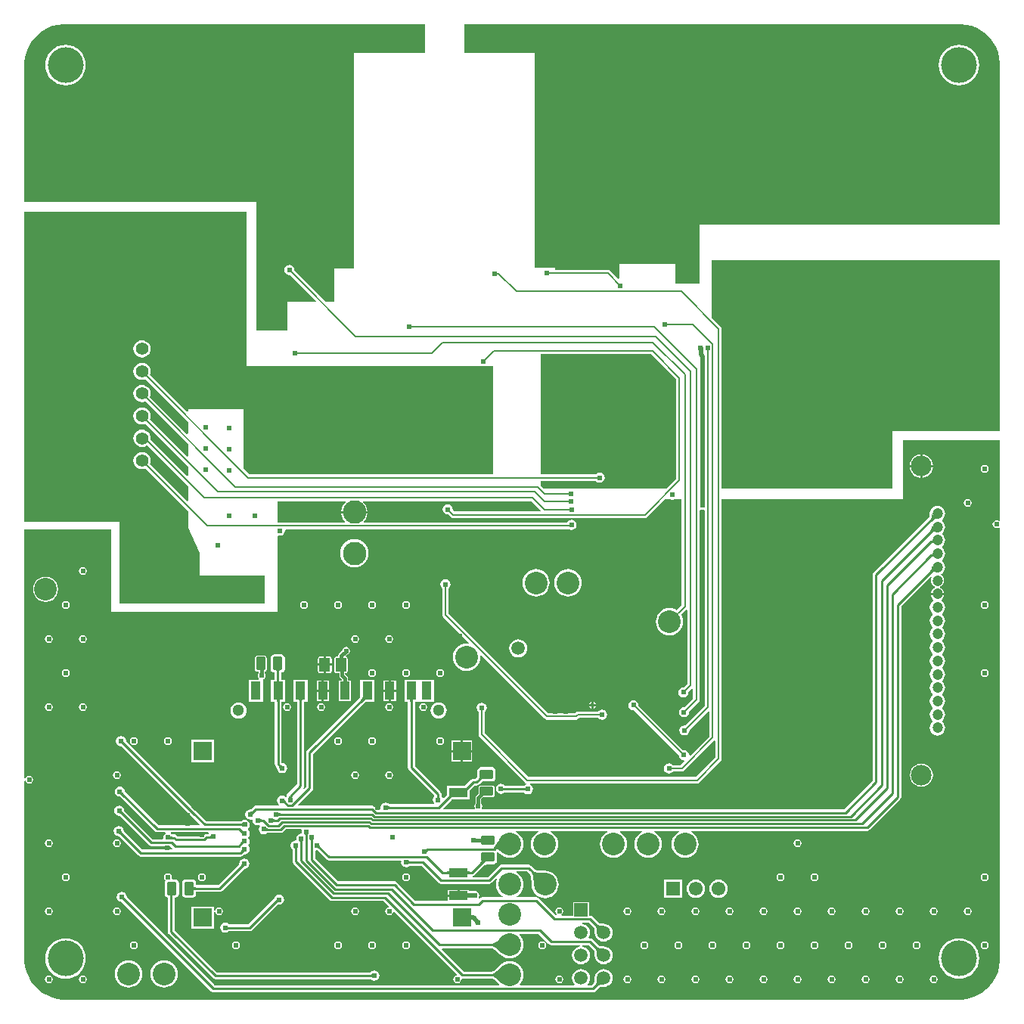
<source format=gbl>
G04*
G04 #@! TF.GenerationSoftware,Altium Limited,Altium Designer,20.0.14 (345)*
G04*
G04 Layer_Physical_Order=4*
G04 Layer_Color=16711680*
%FSLAX25Y25*%
%MOIN*%
G70*
G01*
G75*
%ADD16C,0.00800*%
%ADD17C,0.01000*%
G04:AMPARAMS|DCode=29|XSize=41.34mil|YSize=59.06mil|CornerRadius=4.13mil|HoleSize=0mil|Usage=FLASHONLY|Rotation=180.000|XOffset=0mil|YOffset=0mil|HoleType=Round|Shape=RoundedRectangle|*
%AMROUNDEDRECTD29*
21,1,0.04134,0.05079,0,0,180.0*
21,1,0.03307,0.05906,0,0,180.0*
1,1,0.00827,-0.01654,0.02539*
1,1,0.00827,0.01654,0.02539*
1,1,0.00827,0.01654,-0.02539*
1,1,0.00827,-0.01654,-0.02539*
%
%ADD29ROUNDEDRECTD29*%
G04:AMPARAMS|DCode=31|XSize=41.34mil|YSize=59.06mil|CornerRadius=4.13mil|HoleSize=0mil|Usage=FLASHONLY|Rotation=90.000|XOffset=0mil|YOffset=0mil|HoleType=Round|Shape=RoundedRectangle|*
%AMROUNDEDRECTD31*
21,1,0.04134,0.05079,0,0,90.0*
21,1,0.03307,0.05906,0,0,90.0*
1,1,0.00827,0.02539,0.01654*
1,1,0.00827,0.02539,-0.01654*
1,1,0.00827,-0.02539,-0.01654*
1,1,0.00827,-0.02539,0.01654*
%
%ADD31ROUNDEDRECTD31*%
G04:AMPARAMS|DCode=38|XSize=49.21mil|YSize=62.99mil|CornerRadius=4.92mil|HoleSize=0mil|Usage=FLASHONLY|Rotation=180.000|XOffset=0mil|YOffset=0mil|HoleType=Round|Shape=RoundedRectangle|*
%AMROUNDEDRECTD38*
21,1,0.04921,0.05315,0,0,180.0*
21,1,0.03937,0.06299,0,0,180.0*
1,1,0.00984,-0.01968,0.02657*
1,1,0.00984,0.01968,0.02657*
1,1,0.00984,0.01968,-0.02657*
1,1,0.00984,-0.01968,-0.02657*
%
%ADD38ROUNDEDRECTD38*%
%ADD110C,0.02480*%
%ADD112C,0.02000*%
%ADD113C,0.01500*%
%ADD114C,0.01800*%
%ADD115C,0.10335*%
%ADD116C,0.09094*%
%ADD117C,0.04724*%
%ADD118C,0.06102*%
%ADD119R,0.06102X0.06102*%
%ADD120C,0.10000*%
%ADD121C,0.05118*%
%ADD122C,0.09000*%
%ADD123R,0.05543X0.05543*%
%ADD124C,0.05543*%
%ADD125C,0.05906*%
%ADD126C,0.15748*%
%ADD127R,0.05906X0.05906*%
%ADD128C,0.37402*%
%ADD129C,0.02400*%
%ADD130C,0.05000*%
%ADD132R,0.04331X0.07874*%
%ADD133R,0.07874X0.03937*%
%ADD134R,0.07874X0.07874*%
G36*
X158400Y399000D02*
X127000Y399000D01*
Y303996D01*
X118532D01*
Y289300D01*
X114789D01*
X100816Y303273D01*
X100853Y303460D01*
X100682Y304318D01*
X100196Y305046D01*
X99468Y305532D01*
X98610Y305703D01*
X97752Y305532D01*
X97024Y305046D01*
X96538Y304318D01*
X96367Y303460D01*
X96538Y302602D01*
X97024Y301874D01*
X97752Y301388D01*
X98610Y301217D01*
X98797Y301254D01*
X110289Y289762D01*
X110098Y289300D01*
X97800D01*
Y276742D01*
X84200D01*
X84200Y333500D01*
X-18156D01*
Y393701D01*
Y394891D01*
X-17845Y397250D01*
X-17229Y399549D01*
X-16318Y401748D01*
X-15128Y403809D01*
X-13679Y405697D01*
X-11997Y407380D01*
X-10108Y408829D01*
X-8047Y410019D01*
X-5849Y410930D01*
X-3550Y411546D01*
X-1190Y411857D01*
X158400D01*
X158400Y399000D01*
D02*
G37*
G36*
X397250Y411546D02*
X399549Y410930D01*
X401748Y410019D01*
X403809Y408829D01*
X405697Y407380D01*
X407380Y405697D01*
X408829Y403809D01*
X410019Y401748D01*
X410930Y399549D01*
X411546Y397250D01*
X411857Y394891D01*
Y393701D01*
Y323500D01*
X279400Y323500D01*
Y306033D01*
Y297459D01*
X268749D01*
Y306033D01*
X243931D01*
Y299720D01*
X243469Y299529D01*
X239958Y303039D01*
X239495Y303349D01*
X238949Y303457D01*
X238949Y303457D01*
X215600D01*
Y304396D01*
X206700D01*
Y399000D01*
X175849D01*
X175849Y411857D01*
X394891D01*
X397250Y411546D01*
D02*
G37*
G36*
X79600Y260991D02*
X184094Y260991D01*
X184160Y260978D01*
X184226Y260991D01*
X188530D01*
X188530Y213347D01*
X81125D01*
X78300Y216173D01*
X78300Y242101D01*
X54000Y242101D01*
Y241126D01*
X53538Y240934D01*
X37147Y257326D01*
X37343Y257800D01*
X37473Y258785D01*
X37343Y259770D01*
X36963Y260687D01*
X36359Y261475D01*
X35571Y262080D01*
X34653Y262460D01*
X33669Y262589D01*
X32684Y262460D01*
X31767Y262080D01*
X30979Y261475D01*
X30374Y260687D01*
X29994Y259770D01*
X29865Y258785D01*
X29994Y257800D01*
X30374Y256883D01*
X30979Y256095D01*
X31767Y255490D01*
X32684Y255111D01*
X33669Y254981D01*
X34653Y255111D01*
X35128Y255307D01*
X54000Y236435D01*
Y231283D01*
X53538Y231092D01*
X37147Y247483D01*
X37343Y247958D01*
X37473Y248942D01*
X37343Y249927D01*
X36963Y250845D01*
X36359Y251632D01*
X35571Y252237D01*
X34653Y252617D01*
X33669Y252747D01*
X32684Y252617D01*
X31767Y252237D01*
X30979Y251632D01*
X30374Y250845D01*
X29994Y249927D01*
X29865Y248942D01*
X29994Y247958D01*
X30374Y247040D01*
X30979Y246252D01*
X31767Y245648D01*
X32684Y245268D01*
X33669Y245138D01*
X34653Y245268D01*
X35128Y245465D01*
X54000Y226593D01*
Y221441D01*
X53538Y221250D01*
X37147Y237641D01*
X37343Y238115D01*
X37473Y239100D01*
X37343Y240085D01*
X36963Y241002D01*
X36359Y241790D01*
X35571Y242394D01*
X34653Y242775D01*
X33669Y242904D01*
X32684Y242775D01*
X31767Y242394D01*
X30979Y241790D01*
X30374Y241002D01*
X29994Y240085D01*
X29865Y239100D01*
X29994Y238115D01*
X30374Y237198D01*
X30979Y236410D01*
X31767Y235806D01*
X32684Y235425D01*
X33669Y235296D01*
X34653Y235425D01*
X35128Y235622D01*
X54000Y216750D01*
X54000Y212882D01*
X53538Y212691D01*
X37415Y228814D01*
X37473Y229257D01*
X37343Y230242D01*
X36963Y231160D01*
X36359Y231947D01*
X35571Y232552D01*
X34653Y232932D01*
X33669Y233062D01*
X32684Y232932D01*
X31767Y232552D01*
X30979Y231947D01*
X30374Y231160D01*
X29994Y230242D01*
X29865Y229257D01*
X29994Y228273D01*
X30374Y227355D01*
X30979Y226568D01*
X31767Y225963D01*
X32684Y225583D01*
X33669Y225453D01*
X34653Y225583D01*
X35571Y225963D01*
X35943Y226248D01*
X54000Y208191D01*
Y201756D01*
X53538Y201564D01*
X37147Y217956D01*
X37343Y218430D01*
X37473Y219415D01*
X37343Y220400D01*
X36963Y221317D01*
X36359Y222105D01*
X35571Y222709D01*
X34653Y223090D01*
X33669Y223219D01*
X32684Y223090D01*
X31767Y222709D01*
X30979Y222105D01*
X30374Y221317D01*
X29994Y220400D01*
X29865Y219415D01*
X29994Y218430D01*
X30374Y217513D01*
X30979Y216725D01*
X31767Y216120D01*
X32684Y215740D01*
X33669Y215611D01*
X34653Y215740D01*
X35128Y215937D01*
X54000Y197065D01*
Y189600D01*
X59051Y178762D01*
Y168800D01*
X87900D01*
X87900Y156361D01*
X23843Y156361D01*
X23843Y192400D01*
X-18156D01*
Y329092D01*
X79600D01*
Y260991D01*
D02*
G37*
G36*
X269103Y255329D02*
Y211371D01*
X264830Y207098D01*
X210850D01*
X209430Y208519D01*
Y210493D01*
X233668D01*
X233774Y210334D01*
X234502Y209848D01*
X235360Y209677D01*
X236218Y209848D01*
X236946Y210334D01*
X237432Y211062D01*
X237603Y211920D01*
X237432Y212778D01*
X236946Y213506D01*
X236218Y213992D01*
X235360Y214163D01*
X234502Y213992D01*
X233774Y213506D01*
X233668Y213347D01*
X209430D01*
Y266423D01*
X258008D01*
X269103Y255329D01*
D02*
G37*
G36*
X411857Y232300D02*
X364500D01*
Y207098D01*
X289237D01*
Y277410D01*
X289237Y277410D01*
X289129Y277956D01*
X288819Y278419D01*
X284900Y282339D01*
Y307700D01*
X411857D01*
Y232300D01*
D02*
G37*
G36*
Y228391D02*
Y192937D01*
X411356Y192705D01*
X410973Y192961D01*
X410310Y193093D01*
X409647Y192961D01*
X409084Y192586D01*
X408709Y192023D01*
X408577Y191360D01*
X408709Y190697D01*
X409084Y190134D01*
X409647Y189759D01*
X410310Y189627D01*
X410973Y189759D01*
X411356Y190015D01*
X411857Y189783D01*
Y0D01*
Y-1190D01*
X411546Y-3550D01*
X410930Y-5849D01*
X410019Y-8047D01*
X408829Y-10108D01*
X407380Y-11997D01*
X405697Y-13679D01*
X403809Y-15128D01*
X401748Y-16318D01*
X399549Y-17229D01*
X397250Y-17845D01*
X394891Y-18156D01*
X-1190D01*
X-3550Y-17845D01*
X-5849Y-17229D01*
X-8047Y-16318D01*
X-10108Y-15128D01*
X-11997Y-13679D01*
X-13679Y-11997D01*
X-15128Y-10108D01*
X-16318Y-8047D01*
X-17229Y-5849D01*
X-17845Y-3550D01*
X-18156Y-1190D01*
Y0D01*
Y78210D01*
X-17656Y78259D01*
X-17631Y78137D01*
X-17256Y77574D01*
X-16693Y77199D01*
X-16030Y77067D01*
X-15367Y77199D01*
X-14804Y77574D01*
X-14429Y78137D01*
X-14297Y78800D01*
X-14429Y79463D01*
X-14804Y80026D01*
X-15367Y80401D01*
X-16030Y80533D01*
X-16693Y80401D01*
X-17256Y80026D01*
X-17631Y79463D01*
X-17656Y79341D01*
X-18156Y79390D01*
Y189121D01*
X20040Y189121D01*
X20040Y152650D01*
X93520Y152650D01*
Y185991D01*
X94020Y186384D01*
X94512Y186287D01*
X95371Y186457D01*
X96098Y186944D01*
X96584Y187671D01*
X96755Y188530D01*
X96718Y188717D01*
X96720Y188737D01*
X97131Y189202D01*
X221751D01*
X222102Y188968D01*
X222960Y188797D01*
X223818Y188968D01*
X224546Y189454D01*
X225032Y190182D01*
X225203Y191040D01*
X225032Y191898D01*
X224546Y192626D01*
X223818Y193112D01*
X222960Y193283D01*
X222102Y193112D01*
X221374Y192626D01*
X220993Y192057D01*
X131469D01*
X131309Y192530D01*
X131378Y192583D01*
X132302Y193788D01*
X132884Y195191D01*
X133016Y196197D01*
X127264D01*
X121513D01*
X121645Y195191D01*
X122227Y193788D01*
X123151Y192583D01*
X123221Y192530D01*
X123060Y192057D01*
X96787D01*
X96785Y192057D01*
X96785Y192057D01*
X93520D01*
Y201583D01*
X123380D01*
X123540Y201109D01*
X123151Y200810D01*
X122227Y199606D01*
X121645Y198203D01*
X121513Y197197D01*
X127264D01*
X133016D01*
X132884Y198203D01*
X132302Y199606D01*
X131378Y200810D01*
X130989Y201109D01*
X131149Y201583D01*
X205209D01*
X209372Y197419D01*
X209181Y196957D01*
X171411D01*
X170676Y197693D01*
X170713Y197880D01*
X170542Y198738D01*
X170056Y199466D01*
X169328Y199952D01*
X168470Y200123D01*
X167612Y199952D01*
X166884Y199466D01*
X166398Y198738D01*
X166227Y197880D01*
X166398Y197022D01*
X166884Y196294D01*
X167612Y195808D01*
X168470Y195637D01*
X168657Y195674D01*
X169811Y194521D01*
X169811Y194521D01*
X170274Y194211D01*
X170820Y194103D01*
X170820Y194103D01*
X255280D01*
X255280Y194103D01*
X255826Y194211D01*
X256289Y194521D01*
X264179Y202411D01*
X266502D01*
X266582Y202358D01*
X267440Y202187D01*
X268298Y202358D01*
X268378Y202411D01*
X271583D01*
Y155781D01*
X269328Y153527D01*
X268517Y153960D01*
X267386Y154303D01*
X266210Y154419D01*
X265034Y154303D01*
X263903Y153960D01*
X262860Y153403D01*
X261947Y152653D01*
X261197Y151740D01*
X260640Y150697D01*
X260297Y149566D01*
X260181Y148390D01*
X260297Y147214D01*
X260640Y146083D01*
X261197Y145041D01*
X261947Y144127D01*
X262860Y143377D01*
X263903Y142820D01*
X265034Y142477D01*
X266210Y142361D01*
X267386Y142477D01*
X268517Y142820D01*
X269560Y143377D01*
X270473Y144127D01*
X271223Y145041D01*
X271780Y146083D01*
X272123Y147214D01*
X272239Y148390D01*
X272123Y149566D01*
X271780Y150697D01*
X271347Y151508D01*
X273573Y153734D01*
X274073Y153527D01*
Y121071D01*
X272467Y119466D01*
X272280Y119503D01*
X271422Y119332D01*
X270694Y118846D01*
X270208Y118118D01*
X270037Y117260D01*
X270208Y116402D01*
X270694Y115674D01*
X271422Y115188D01*
X272280Y115017D01*
X273138Y115188D01*
X273866Y115674D01*
X274352Y116402D01*
X274523Y117260D01*
X274486Y117447D01*
X276063Y119024D01*
X276563Y118817D01*
Y114591D01*
X272747Y110776D01*
X272560Y110813D01*
X271702Y110642D01*
X270974Y110156D01*
X270488Y109428D01*
X270317Y108570D01*
X270488Y107712D01*
X270974Y106984D01*
X271702Y106498D01*
X272560Y106327D01*
X273418Y106498D01*
X274146Y106984D01*
X274632Y107712D01*
X274803Y108570D01*
X274766Y108757D01*
X278999Y112991D01*
X279309Y113454D01*
X279417Y114000D01*
X279417Y114000D01*
Y197555D01*
X279858Y197791D01*
X279910Y197757D01*
X280690Y197602D01*
X281183Y197700D01*
X281683Y197343D01*
Y111441D01*
X272957Y102716D01*
X272770Y102753D01*
X271912Y102582D01*
X271184Y102096D01*
X270698Y101368D01*
X270527Y100510D01*
X270698Y99652D01*
X271184Y98924D01*
X271912Y98438D01*
X272770Y98267D01*
X273628Y98438D01*
X274356Y98924D01*
X274842Y99652D01*
X275013Y100510D01*
X274976Y100697D01*
X283331Y109052D01*
X283793Y108861D01*
Y97899D01*
X275258Y89364D01*
X274797Y89610D01*
X274803Y89640D01*
X274632Y90498D01*
X274146Y91226D01*
X273418Y91712D01*
X272560Y91883D01*
X272143Y91800D01*
X252510Y111433D01*
X252548Y111620D01*
X252377Y112478D01*
X251890Y113206D01*
X251163Y113692D01*
X250304Y113863D01*
X249446Y113692D01*
X248718Y113206D01*
X248232Y112478D01*
X248061Y111620D01*
X248232Y110761D01*
X248718Y110034D01*
X249446Y109547D01*
X250304Y109377D01*
X250492Y109414D01*
X270330Y89576D01*
X270488Y88782D01*
X270974Y88054D01*
X271702Y87568D01*
X272560Y87397D01*
X272590Y87403D01*
X272836Y86942D01*
X271031Y85137D01*
X267682D01*
X267576Y85296D01*
X266848Y85782D01*
X265990Y85953D01*
X265132Y85782D01*
X264404Y85296D01*
X263918Y84568D01*
X263747Y83710D01*
X263918Y82852D01*
X264404Y82124D01*
X265132Y81638D01*
X265990Y81467D01*
X266848Y81638D01*
X267576Y82124D01*
X267682Y82283D01*
X271623D01*
X271623Y82283D01*
X272169Y82391D01*
X272632Y82701D01*
X285883Y95951D01*
X286383Y95744D01*
Y88641D01*
X277729Y79987D01*
X204021D01*
X184787Y99221D01*
Y108784D01*
X184966Y108904D01*
X185452Y109632D01*
X185623Y110490D01*
X185452Y111348D01*
X184966Y112076D01*
X184238Y112562D01*
X183380Y112733D01*
X182522Y112562D01*
X181794Y112076D01*
X181308Y111348D01*
X181137Y110490D01*
X181308Y109632D01*
X181794Y108904D01*
X181933Y108811D01*
Y98630D01*
X181933Y98630D01*
X182041Y98084D01*
X182351Y97621D01*
X202421Y77551D01*
X202421Y77551D01*
X202884Y77241D01*
X202966Y77225D01*
Y76715D01*
X202902Y76702D01*
X202216Y76244D01*
X193571D01*
X193476Y76386D01*
X192748Y76872D01*
X191890Y77043D01*
X191032Y76872D01*
X190304Y76386D01*
X189818Y75658D01*
X189647Y74800D01*
X189818Y73942D01*
X190304Y73214D01*
X191032Y72728D01*
X191890Y72557D01*
X192748Y72728D01*
X193434Y73185D01*
X202079D01*
X202174Y73044D01*
X202902Y72557D01*
X203760Y72387D01*
X204618Y72557D01*
X205346Y73044D01*
X205832Y73771D01*
X206003Y74630D01*
X205832Y75488D01*
X205346Y76216D01*
X204723Y76633D01*
X204823Y77133D01*
X278320D01*
X278320Y77133D01*
X278866Y77241D01*
X279329Y77551D01*
X288819Y87041D01*
X288819Y87041D01*
X289129Y87504D01*
X289237Y88050D01*
X289237Y88050D01*
Y202411D01*
X369100D01*
Y228391D01*
X411857Y228391D01*
D02*
G37*
%LPC*%
G36*
X0Y402618D02*
X-1740Y402446D01*
X-3412Y401939D01*
X-4954Y401115D01*
X-6305Y400006D01*
X-7414Y398655D01*
X-8238Y397113D01*
X-8746Y395440D01*
X-8917Y393701D01*
X-8746Y391961D01*
X-8238Y390288D01*
X-7414Y388747D01*
X-6305Y387396D01*
X-4954Y386287D01*
X-3412Y385463D01*
X-1740Y384955D01*
X0Y384784D01*
X1740Y384955D01*
X3412Y385463D01*
X4954Y386287D01*
X6305Y387396D01*
X7414Y388747D01*
X8238Y390288D01*
X8746Y391961D01*
X8917Y393701D01*
X8746Y395440D01*
X8238Y397113D01*
X7414Y398655D01*
X6305Y400006D01*
X4954Y401115D01*
X3412Y401939D01*
X1740Y402446D01*
X0Y402618D01*
D02*
G37*
G36*
X393701D02*
X391961Y402446D01*
X390288Y401939D01*
X388747Y401115D01*
X387396Y400006D01*
X386287Y398655D01*
X385463Y397113D01*
X384955Y395440D01*
X384784Y393701D01*
X384955Y391961D01*
X385463Y390288D01*
X386287Y388747D01*
X387396Y387396D01*
X388747Y386287D01*
X390288Y385463D01*
X391961Y384955D01*
X393701Y384784D01*
X395440Y384955D01*
X397113Y385463D01*
X398655Y386287D01*
X400006Y387396D01*
X401115Y388747D01*
X401939Y390288D01*
X402446Y391961D01*
X402618Y393701D01*
X402446Y395440D01*
X401939Y397113D01*
X401115Y398655D01*
X400006Y400006D01*
X398655Y401115D01*
X397113Y401939D01*
X395440Y402446D01*
X393701Y402618D01*
D02*
G37*
G36*
X33669Y272432D02*
X32684Y272302D01*
X31767Y271922D01*
X30979Y271318D01*
X30374Y270530D01*
X29994Y269612D01*
X29865Y268628D01*
X29994Y267643D01*
X30374Y266725D01*
X30979Y265938D01*
X31767Y265333D01*
X32684Y264953D01*
X33669Y264823D01*
X34653Y264953D01*
X35571Y265333D01*
X36359Y265938D01*
X36963Y266725D01*
X37343Y267643D01*
X37473Y268628D01*
X37343Y269612D01*
X36963Y270530D01*
X36359Y271318D01*
X35571Y271922D01*
X34653Y272302D01*
X33669Y272432D01*
D02*
G37*
G36*
X377681Y222074D02*
Y217448D01*
X382306D01*
X382195Y218292D01*
X381677Y219544D01*
X380852Y220619D01*
X379776Y221444D01*
X378524Y221962D01*
X377681Y222074D01*
D02*
G37*
G36*
X376681D02*
X375837Y221962D01*
X374585Y221444D01*
X373510Y220619D01*
X372685Y219544D01*
X372166Y218292D01*
X372055Y217448D01*
X376681D01*
Y222074D01*
D02*
G37*
G36*
X405100Y217533D02*
X404437Y217401D01*
X403874Y217026D01*
X403499Y216463D01*
X403367Y215800D01*
X403499Y215137D01*
X403874Y214574D01*
X404437Y214199D01*
X405100Y214067D01*
X405763Y214199D01*
X406326Y214574D01*
X406701Y215137D01*
X406833Y215800D01*
X406701Y216463D01*
X406326Y217026D01*
X405763Y217401D01*
X405100Y217533D01*
D02*
G37*
G36*
X382306Y216448D02*
X377681D01*
Y211822D01*
X378524Y211933D01*
X379776Y212452D01*
X380852Y213277D01*
X381677Y214352D01*
X382195Y215604D01*
X382306Y216448D01*
D02*
G37*
G36*
X376681D02*
X372055D01*
X372166Y215604D01*
X372685Y214352D01*
X373510Y213277D01*
X374585Y212452D01*
X375837Y211933D01*
X376681Y211822D01*
Y216448D01*
D02*
G37*
G36*
X397600Y202533D02*
X396937Y202401D01*
X396374Y202026D01*
X395999Y201463D01*
X395867Y200800D01*
X395999Y200137D01*
X396374Y199574D01*
X396937Y199199D01*
X397600Y199067D01*
X398263Y199199D01*
X398826Y199574D01*
X399201Y200137D01*
X399333Y200800D01*
X399201Y201463D01*
X398826Y202026D01*
X398263Y202401D01*
X397600Y202533D01*
D02*
G37*
G36*
X127265Y184784D02*
X126056Y184665D01*
X124893Y184312D01*
X123821Y183740D01*
X122882Y182969D01*
X122112Y182030D01*
X121539Y180958D01*
X121186Y179796D01*
X121067Y178587D01*
X121186Y177378D01*
X121539Y176215D01*
X122112Y175144D01*
X122882Y174205D01*
X123821Y173434D01*
X124893Y172861D01*
X126056Y172509D01*
X127265Y172389D01*
X128474Y172509D01*
X129636Y172861D01*
X130708Y173434D01*
X131647Y174205D01*
X132418Y175144D01*
X132990Y176215D01*
X133343Y177378D01*
X133462Y178587D01*
X133343Y179796D01*
X132990Y180958D01*
X132418Y182030D01*
X131647Y182969D01*
X130708Y183740D01*
X129636Y184312D01*
X128474Y184665D01*
X127265Y184784D01*
D02*
G37*
G36*
X7600Y172533D02*
X6937Y172401D01*
X6374Y172026D01*
X5999Y171463D01*
X5867Y170800D01*
X5999Y170137D01*
X6374Y169574D01*
X6937Y169199D01*
X7600Y169067D01*
X8263Y169199D01*
X8826Y169574D01*
X9201Y170137D01*
X9333Y170800D01*
X9201Y171463D01*
X8826Y172026D01*
X8263Y172401D01*
X7600Y172533D01*
D02*
G37*
G36*
X384268Y199473D02*
X383390Y199357D01*
X382572Y199019D01*
X381870Y198480D01*
X381331Y197777D01*
X380992Y196960D01*
X380877Y196082D01*
X380885Y196023D01*
X380868Y195523D01*
X380846Y195317D01*
X380814Y195125D01*
X380774Y194960D01*
X380731Y194824D01*
X380685Y194714D01*
X380639Y194630D01*
X380609Y194587D01*
X356099Y170076D01*
X355767Y169580D01*
X355651Y168994D01*
Y78294D01*
X343067Y65709D01*
X183521D01*
X183276Y66209D01*
X183521Y66576D01*
X183653Y67240D01*
X183521Y67903D01*
X183194Y68392D01*
Y70388D01*
X183882Y71075D01*
X188089D01*
X188446Y71146D01*
X188748Y71348D01*
X188950Y71650D01*
X189021Y72007D01*
Y75314D01*
X188950Y75670D01*
X188748Y75972D01*
X188446Y76174D01*
X188089Y76245D01*
X183011D01*
X182654Y76174D01*
X182352Y75972D01*
X182150Y75670D01*
X182079Y75314D01*
Y72878D01*
X181019Y71817D01*
X180743Y71404D01*
X180646Y70916D01*
Y68392D01*
X180319Y67903D01*
X180187Y67240D01*
X180319Y66576D01*
X180591Y66169D01*
X180379Y65669D01*
X166532D01*
X166340Y66131D01*
X170086Y69877D01*
X170245Y70025D01*
X170365Y70121D01*
X178042D01*
Y73594D01*
X178049Y73632D01*
X178042Y73670D01*
Y73857D01*
X178252Y74106D01*
X180337Y76191D01*
X181204D01*
X181790Y76307D01*
X182286Y76639D01*
X183507Y77860D01*
X183667Y78009D01*
X183762Y78085D01*
X188089D01*
X188641Y78195D01*
X189108Y78507D01*
X189421Y78975D01*
X189530Y79526D01*
Y82833D01*
X189421Y83385D01*
X189108Y83852D01*
X188641Y84165D01*
X188089Y84275D01*
X183011D01*
X182459Y84165D01*
X181992Y83852D01*
X181679Y83385D01*
X181570Y82833D01*
Y80281D01*
X181382Y80061D01*
X180571Y79249D01*
X179703D01*
X179118Y79133D01*
X178622Y78801D01*
X176128Y76308D01*
X175968Y76159D01*
X175847Y76062D01*
X175842Y76058D01*
X175654D01*
X175616Y76066D01*
X175577Y76058D01*
X168168D01*
Y72321D01*
X167960Y72077D01*
X166628Y70745D01*
X166041Y70865D01*
X165686Y71396D01*
X165629Y71434D01*
Y72390D01*
X165513Y72975D01*
X165181Y73471D01*
X153965Y84688D01*
Y113035D01*
X155463D01*
X155601Y113035D01*
X155963D01*
X156101Y113035D01*
X162294D01*
Y122909D01*
X156101D01*
X155963Y122909D01*
X155601D01*
X155463Y122909D01*
X149270D01*
Y113035D01*
X150906D01*
Y84055D01*
X151022Y83469D01*
X151354Y82973D01*
X162447Y71880D01*
X162514Y71396D01*
X162028Y70668D01*
X161857Y69810D01*
X162028Y68952D01*
X162350Y68469D01*
X162083Y67969D01*
X142757D01*
X142736Y67973D01*
X142706Y67980D01*
X142695Y67983D01*
X142666Y68026D01*
X141938Y68512D01*
X141080Y68683D01*
X140222Y68512D01*
X139494Y68026D01*
X139008Y67298D01*
X138837Y66440D01*
X138913Y66056D01*
X138596Y65669D01*
X137298D01*
X136146Y66821D01*
X135650Y67153D01*
X135065Y67269D01*
X102518D01*
X102327Y67731D01*
X108651Y74056D01*
X108983Y74552D01*
X109099Y75137D01*
Y90091D01*
X131798Y112790D01*
X131958Y112938D01*
X132078Y113035D01*
X136211D01*
Y122909D01*
X129880D01*
Y115234D01*
X129673Y114990D01*
X106489Y91806D01*
X106157Y91310D01*
X106041Y90724D01*
Y75771D01*
X105049Y74779D01*
X104660Y75098D01*
X104931Y75503D01*
X105048Y76088D01*
Y113035D01*
X106683D01*
Y122909D01*
X100353D01*
Y113035D01*
X101989D01*
Y76722D01*
X97879Y72611D01*
X97547Y72115D01*
X97431Y71530D01*
Y71404D01*
X96986Y71176D01*
X96258Y71662D01*
X95400Y71833D01*
X94542Y71662D01*
X93814Y71176D01*
X93328Y70448D01*
X93157Y69590D01*
X93328Y68732D01*
X93814Y68004D01*
X94165Y67769D01*
X94013Y67269D01*
X83790D01*
X83205Y67153D01*
X82709Y66821D01*
X81595Y65707D01*
X81577Y65695D01*
X81551Y65678D01*
X81541Y65673D01*
X81490Y65683D01*
X80632Y65512D01*
X79904Y65026D01*
X79418Y64298D01*
X79247Y63440D01*
X79418Y62582D01*
X79904Y61854D01*
X80632Y61368D01*
X81490Y61197D01*
X81944Y61287D01*
X82377Y60900D01*
X82548Y60042D01*
X83034Y59314D01*
X83762Y58828D01*
X84620Y58657D01*
X85323Y58797D01*
X85651Y58388D01*
X85278Y57828D01*
X85107Y56970D01*
X85278Y56112D01*
X85764Y55384D01*
X86492Y54898D01*
X87350Y54727D01*
X88208Y54898D01*
X88665Y55203D01*
X88738Y55239D01*
X88780Y55270D01*
X88789Y55276D01*
X88802Y55283D01*
X88820Y55291D01*
X88845Y55300D01*
X88878Y55309D01*
X88919Y55317D01*
X88946Y55321D01*
X94780D01*
X95365Y55437D01*
X95861Y55769D01*
X97034Y56941D01*
X103761D01*
X104084Y56441D01*
X103957Y55800D01*
X104025Y55458D01*
X103900Y54973D01*
X103660Y54925D01*
X103042Y54802D01*
X102314Y54316D01*
X101828Y53588D01*
X101657Y52730D01*
X101750Y52263D01*
X101490Y52003D01*
X100632Y51832D01*
X99904Y51346D01*
X99418Y50618D01*
X99247Y49760D01*
X99418Y48902D01*
X99904Y48174D01*
X99947Y48145D01*
X99950Y48134D01*
X99957Y48104D01*
X99961Y48083D01*
Y42860D01*
X100077Y42275D01*
X100409Y41779D01*
X116369Y25819D01*
X116865Y25487D01*
X117450Y25371D01*
X140086D01*
X142445Y23012D01*
X142280Y22470D01*
X141937Y22401D01*
X141374Y22026D01*
X140999Y21463D01*
X140867Y20800D01*
X140999Y20137D01*
X141374Y19574D01*
X141937Y19199D01*
X142600Y19067D01*
X143263Y19199D01*
X143826Y19574D01*
X144201Y20137D01*
X144270Y20480D01*
X144812Y20645D01*
X172445Y-6988D01*
X172280Y-7530D01*
X171937Y-7599D01*
X171374Y-7974D01*
X170999Y-8537D01*
X170867Y-9200D01*
X170999Y-9863D01*
X171374Y-10426D01*
X171937Y-10801D01*
X172600Y-10933D01*
X173263Y-10801D01*
X173826Y-10426D01*
X174201Y-9863D01*
X174329Y-9222D01*
X174337Y-9197D01*
X174763Y-8798D01*
X174920Y-8829D01*
X187776D01*
X187850Y-8837D01*
X188044Y-8888D01*
X188303Y-8995D01*
X188620Y-9162D01*
X188985Y-9394D01*
X189377Y-9678D01*
X190860Y-10976D01*
X191257Y-11371D01*
X191121Y-11780D01*
X191042Y-11871D01*
X65864D01*
X27030Y26963D01*
X27043Y27030D01*
X26872Y27888D01*
X26386Y28616D01*
X25658Y29102D01*
X24800Y29273D01*
X23942Y29102D01*
X23214Y28616D01*
X22728Y27888D01*
X22557Y27030D01*
X22728Y26172D01*
X23214Y25444D01*
X23942Y24958D01*
X24800Y24787D01*
X24867Y24800D01*
X64149Y-14481D01*
X64645Y-14813D01*
X65230Y-14929D01*
X232400D01*
X232985Y-14813D01*
X233481Y-14481D01*
X235026Y-12937D01*
X235101Y-12888D01*
X235222Y-12828D01*
X235383Y-12767D01*
X235584Y-12710D01*
X235825Y-12661D01*
X236093Y-12622D01*
X236785Y-12575D01*
X237093Y-12573D01*
X237200Y-12587D01*
X238232Y-12451D01*
X239193Y-12053D01*
X240019Y-11419D01*
X240653Y-10593D01*
X241051Y-9632D01*
X241187Y-8600D01*
X241051Y-7568D01*
X240653Y-6607D01*
X240019Y-5781D01*
X239193Y-5147D01*
X238232Y-4749D01*
X237200Y-4613D01*
X236168Y-4749D01*
X235207Y-5147D01*
X234381Y-5781D01*
X233747Y-6607D01*
X233349Y-7568D01*
X233213Y-8600D01*
X233227Y-8707D01*
X233225Y-9015D01*
X233178Y-9707D01*
X233139Y-9975D01*
X233089Y-10216D01*
X233032Y-10417D01*
X232972Y-10578D01*
X232912Y-10699D01*
X232863Y-10774D01*
X231767Y-11871D01*
X230172D01*
X230143Y-11784D01*
X230056Y-11371D01*
X230653Y-10593D01*
X231051Y-9632D01*
X231187Y-8600D01*
X231051Y-7568D01*
X230653Y-6607D01*
X230019Y-5781D01*
X229193Y-5147D01*
X228232Y-4749D01*
X227200Y-4613D01*
X226168Y-4749D01*
X225207Y-5147D01*
X224381Y-5781D01*
X223747Y-6607D01*
X223349Y-7568D01*
X223213Y-8600D01*
X223349Y-9632D01*
X223747Y-10593D01*
X224344Y-11371D01*
X224257Y-11784D01*
X224228Y-11871D01*
X200358D01*
X200121Y-11371D01*
X200713Y-10650D01*
X201270Y-9607D01*
X201613Y-8476D01*
X201729Y-7300D01*
X201613Y-6124D01*
X201270Y-4993D01*
X200713Y-3951D01*
X199963Y-3037D01*
X199049Y-2287D01*
X198007Y-1730D01*
X196876Y-1387D01*
X195700Y-1271D01*
X194524Y-1387D01*
X193393Y-1730D01*
X192350Y-2287D01*
X191437Y-3037D01*
X191375Y-3112D01*
X190848Y-3636D01*
X190335Y-4117D01*
X189385Y-4916D01*
X188985Y-5206D01*
X188620Y-5438D01*
X188303Y-5605D01*
X188044Y-5712D01*
X187850Y-5763D01*
X187776Y-5771D01*
X175554D01*
X165774Y4009D01*
X165966Y4471D01*
X187776D01*
X187850Y4463D01*
X188044Y4412D01*
X188303Y4306D01*
X188620Y4138D01*
X188985Y3906D01*
X189377Y3622D01*
X190860Y2324D01*
X191375Y1812D01*
X191437Y1737D01*
X192350Y987D01*
X193393Y430D01*
X194524Y87D01*
X195700Y-29D01*
X196876Y87D01*
X198007Y430D01*
X199049Y987D01*
X199963Y1737D01*
X200713Y2651D01*
X201270Y3693D01*
X201613Y4824D01*
X201729Y6000D01*
X201613Y7176D01*
X201270Y8307D01*
X200713Y9350D01*
X199965Y10261D01*
X199981Y10432D01*
X200099Y10761D01*
X208349D01*
X212844Y6266D01*
X213340Y5934D01*
X213926Y5818D01*
X226643D01*
X226676Y5318D01*
X226168Y5251D01*
X225207Y4853D01*
X224381Y4219D01*
X223747Y3393D01*
X223349Y2432D01*
X223213Y1400D01*
X223349Y368D01*
X223747Y-593D01*
X224381Y-1419D01*
X225207Y-2053D01*
X226168Y-2451D01*
X227200Y-2587D01*
X228232Y-2451D01*
X229193Y-2053D01*
X230019Y-1419D01*
X230653Y-593D01*
X231051Y368D01*
X231187Y1400D01*
X231051Y2432D01*
X230653Y3393D01*
X230019Y4219D01*
X229193Y4853D01*
X228232Y5251D01*
X227724Y5318D01*
X227757Y5818D01*
X230619D01*
X232863Y3574D01*
X232912Y3499D01*
X232972Y3378D01*
X233032Y3217D01*
X233089Y3016D01*
X233139Y2775D01*
X233178Y2507D01*
X233225Y1815D01*
X233227Y1507D01*
X233213Y1400D01*
X233349Y368D01*
X233747Y-593D01*
X234381Y-1419D01*
X235207Y-2053D01*
X236168Y-2451D01*
X237200Y-2587D01*
X238232Y-2451D01*
X239193Y-2053D01*
X240019Y-1419D01*
X240653Y-593D01*
X241051Y368D01*
X241187Y1400D01*
X241051Y2432D01*
X240653Y3393D01*
X240019Y4219D01*
X239193Y4853D01*
X238232Y5251D01*
X237200Y5387D01*
X237093Y5373D01*
X236785Y5375D01*
X236093Y5422D01*
X235825Y5461D01*
X235584Y5511D01*
X235383Y5567D01*
X235222Y5628D01*
X235101Y5688D01*
X235026Y5737D01*
X232334Y8429D01*
X231838Y8760D01*
X231253Y8877D01*
X230811D01*
X230590Y9325D01*
X230653Y9407D01*
X231051Y10368D01*
X231187Y11400D01*
X231051Y12432D01*
X230653Y13393D01*
X230019Y14219D01*
X229193Y14853D01*
X228232Y15251D01*
X227724Y15318D01*
X227757Y15818D01*
X230619D01*
X232863Y13574D01*
X232912Y13499D01*
X232972Y13378D01*
X233032Y13217D01*
X233089Y13016D01*
X233139Y12775D01*
X233178Y12507D01*
X233225Y11815D01*
X233227Y11507D01*
X233213Y11400D01*
X233349Y10368D01*
X233747Y9407D01*
X234381Y8581D01*
X235207Y7947D01*
X236168Y7549D01*
X237200Y7413D01*
X238232Y7549D01*
X239193Y7947D01*
X240019Y8581D01*
X240653Y9407D01*
X241051Y10368D01*
X241187Y11400D01*
X241051Y12432D01*
X240653Y13393D01*
X240019Y14219D01*
X239193Y14853D01*
X238232Y15251D01*
X237200Y15387D01*
X237093Y15373D01*
X236785Y15375D01*
X236093Y15422D01*
X235825Y15461D01*
X235584Y15510D01*
X235383Y15567D01*
X235222Y15628D01*
X235101Y15688D01*
X235026Y15737D01*
X232334Y18429D01*
X231838Y18760D01*
X231253Y18877D01*
X230653D01*
Y24853D01*
X223747D01*
Y18877D01*
X218681D01*
X218530Y19377D01*
X218826Y19574D01*
X219201Y20137D01*
X219333Y20800D01*
X219201Y21463D01*
X218826Y22026D01*
X218263Y22401D01*
X217600Y22533D01*
X216937Y22401D01*
X216374Y22026D01*
X215999Y21463D01*
X215867Y20800D01*
X215999Y20137D01*
X216374Y19574D01*
X216225Y19073D01*
X216046Y19040D01*
X208604Y26481D01*
X208108Y26813D01*
X207523Y26929D01*
X198880D01*
X198755Y27429D01*
X199049Y27587D01*
X199963Y28337D01*
X200713Y29250D01*
X201270Y30293D01*
X201613Y31424D01*
X201729Y32600D01*
X201613Y33776D01*
X201270Y34907D01*
X200713Y35950D01*
X199963Y36863D01*
X199049Y37613D01*
X198717Y37791D01*
X198842Y38291D01*
X203447D01*
X204615Y37122D01*
X204663Y37064D01*
X204763Y36891D01*
X204872Y36632D01*
X204977Y36290D01*
X205071Y35867D01*
X205147Y35390D01*
X205278Y33423D01*
X205280Y32697D01*
X205271Y32600D01*
X205387Y31424D01*
X205730Y30293D01*
X206287Y29250D01*
X207037Y28337D01*
X207950Y27587D01*
X208993Y27030D01*
X210124Y26687D01*
X211300Y26571D01*
X212476Y26687D01*
X213607Y27030D01*
X214650Y27587D01*
X215563Y28337D01*
X216313Y29250D01*
X216870Y30293D01*
X217213Y31424D01*
X217329Y32600D01*
X217213Y33776D01*
X216870Y34907D01*
X216313Y35950D01*
X215563Y36863D01*
X214650Y37613D01*
X213607Y38170D01*
X212476Y38513D01*
X211300Y38629D01*
X211203Y38620D01*
X210459Y38622D01*
X209757Y38644D01*
X208520Y38751D01*
X208033Y38829D01*
X207610Y38923D01*
X207268Y39028D01*
X207009Y39137D01*
X206836Y39237D01*
X206778Y39285D01*
X205161Y40901D01*
X204665Y41233D01*
X204080Y41349D01*
X192140D01*
X191555Y41233D01*
X191059Y40901D01*
X186027Y35869D01*
X179354D01*
X179304Y36369D01*
X179663Y36441D01*
X180159Y36772D01*
X184167Y40780D01*
X184327Y40929D01*
X184450Y41028D01*
X184490Y41056D01*
X184559Y41053D01*
X184676Y41030D01*
X184756Y41046D01*
X184838Y41043D01*
X184949Y41084D01*
X185066Y41107D01*
X185134Y41153D01*
X185211Y41182D01*
X185298Y41263D01*
X185397Y41328D01*
X185442Y41397D01*
X185502Y41453D01*
X185536Y41526D01*
X188619D01*
X189171Y41635D01*
X189638Y41948D01*
X189951Y42415D01*
X190060Y42967D01*
Y46274D01*
X189985Y46653D01*
X190050Y46764D01*
X190121Y46847D01*
X190329Y47002D01*
X190382Y47027D01*
X190422Y47012D01*
X190597Y46915D01*
X190816Y46757D01*
X191070Y46533D01*
X191375Y46219D01*
X191402Y46201D01*
X191537Y46037D01*
X192450Y45287D01*
X193493Y44730D01*
X194624Y44387D01*
X195800Y44271D01*
X196976Y44387D01*
X198107Y44730D01*
X199150Y45287D01*
X200063Y46037D01*
X200813Y46951D01*
X201370Y47993D01*
X201713Y49124D01*
X201829Y50300D01*
X201713Y51476D01*
X201370Y52607D01*
X200813Y53649D01*
X200063Y54563D01*
X199150Y55313D01*
X198406Y55711D01*
X198531Y56211D01*
X208317D01*
X208443Y55711D01*
X207699Y55313D01*
X206785Y54563D01*
X206035Y53649D01*
X205478Y52607D01*
X205135Y51476D01*
X205019Y50300D01*
X205135Y49124D01*
X205478Y47993D01*
X206035Y46951D01*
X206785Y46037D01*
X207699Y45287D01*
X208741Y44730D01*
X209872Y44387D01*
X211048Y44271D01*
X212225Y44387D01*
X213356Y44730D01*
X214398Y45287D01*
X215312Y46037D01*
X216061Y46951D01*
X216618Y47993D01*
X216962Y49124D01*
X217077Y50300D01*
X216962Y51476D01*
X216618Y52607D01*
X216061Y53649D01*
X215312Y54563D01*
X214398Y55313D01*
X213654Y55711D01*
X213779Y56211D01*
X238814D01*
X238940Y55711D01*
X238196Y55313D01*
X237282Y54563D01*
X236532Y53649D01*
X235975Y52607D01*
X235632Y51476D01*
X235516Y50300D01*
X235632Y49124D01*
X235975Y47993D01*
X236532Y46951D01*
X237282Y46037D01*
X238196Y45287D01*
X239238Y44730D01*
X240369Y44387D01*
X241545Y44271D01*
X242721Y44387D01*
X243852Y44730D01*
X244895Y45287D01*
X245808Y46037D01*
X246558Y46951D01*
X247115Y47993D01*
X247458Y49124D01*
X247574Y50300D01*
X247458Y51476D01*
X247115Y52607D01*
X246558Y53649D01*
X245808Y54563D01*
X244895Y55313D01*
X244151Y55711D01*
X244276Y56211D01*
X254063D01*
X254188Y55711D01*
X253444Y55313D01*
X252530Y54563D01*
X251781Y53649D01*
X251223Y52607D01*
X250880Y51476D01*
X250765Y50300D01*
X250880Y49124D01*
X251223Y47993D01*
X251781Y46951D01*
X252530Y46037D01*
X253444Y45287D01*
X254486Y44730D01*
X255617Y44387D01*
X256794Y44271D01*
X257970Y44387D01*
X259101Y44730D01*
X260143Y45287D01*
X261057Y46037D01*
X261807Y46951D01*
X262364Y47993D01*
X262707Y49124D01*
X262823Y50300D01*
X262707Y51476D01*
X262364Y52607D01*
X261807Y53649D01*
X261057Y54563D01*
X260143Y55313D01*
X259399Y55711D01*
X259524Y56211D01*
X270269D01*
X270394Y55711D01*
X269651Y55313D01*
X268737Y54563D01*
X267987Y53649D01*
X267430Y52607D01*
X267087Y51476D01*
X266971Y50300D01*
X267087Y49124D01*
X267430Y47993D01*
X267987Y46951D01*
X268737Y46037D01*
X269651Y45287D01*
X270693Y44730D01*
X271824Y44387D01*
X273000Y44271D01*
X274176Y44387D01*
X275307Y44730D01*
X276349Y45287D01*
X277263Y46037D01*
X278013Y46951D01*
X278570Y47993D01*
X278913Y49124D01*
X279029Y50300D01*
X278913Y51476D01*
X278570Y52607D01*
X278013Y53649D01*
X277263Y54563D01*
X276349Y55313D01*
X275606Y55711D01*
X275731Y56211D01*
X353280D01*
X353865Y56327D01*
X354361Y56659D01*
X367821Y70119D01*
X368153Y70615D01*
X368269Y71200D01*
Y155207D01*
X381389Y168326D01*
X381768Y167998D01*
X381479Y167302D01*
X381381Y166555D01*
X381479Y165808D01*
X381768Y165112D01*
X382226Y164514D01*
X382824Y164055D01*
X383134Y163927D01*
X383134Y163385D01*
X382774Y163236D01*
X382155Y162761D01*
X381680Y162143D01*
X381382Y161422D01*
X381346Y161149D01*
X384268D01*
X387189D01*
X387154Y161422D01*
X386855Y162143D01*
X386380Y162761D01*
X385761Y163236D01*
X385401Y163385D01*
X385401Y163927D01*
X385711Y164055D01*
X386309Y164514D01*
X386768Y165112D01*
X387056Y165808D01*
X387154Y166555D01*
X387056Y167302D01*
X386768Y167998D01*
X386309Y168596D01*
X385861Y168940D01*
X385879Y169488D01*
X385963Y169523D01*
X386666Y170062D01*
X387204Y170765D01*
X387543Y171582D01*
X387659Y172460D01*
X387543Y173338D01*
X387204Y174155D01*
X386666Y174858D01*
X386353Y175098D01*
Y175728D01*
X386666Y175968D01*
X387204Y176671D01*
X387543Y177488D01*
X387659Y178366D01*
X387543Y179244D01*
X387204Y180061D01*
X386666Y180764D01*
X386353Y181003D01*
Y181634D01*
X386666Y181873D01*
X387204Y182576D01*
X387543Y183393D01*
X387659Y184271D01*
X387543Y185149D01*
X387204Y185967D01*
X386666Y186669D01*
X386353Y186909D01*
Y187539D01*
X386666Y187779D01*
X387204Y188481D01*
X387543Y189299D01*
X387659Y190177D01*
X387543Y191055D01*
X387204Y191873D01*
X386666Y192575D01*
X386353Y192814D01*
Y193445D01*
X386666Y193684D01*
X387204Y194386D01*
X387543Y195204D01*
X387659Y196082D01*
X387543Y196960D01*
X387204Y197777D01*
X386666Y198480D01*
X385963Y199019D01*
X385145Y199357D01*
X384268Y199473D01*
D02*
G37*
G36*
X221434Y171611D02*
X220258Y171495D01*
X219127Y171152D01*
X218084Y170595D01*
X217171Y169845D01*
X216421Y168932D01*
X215864Y167889D01*
X215521Y166758D01*
X215405Y165582D01*
X215521Y164406D01*
X215864Y163275D01*
X216421Y162233D01*
X217171Y161319D01*
X218084Y160569D01*
X219127Y160012D01*
X220258Y159669D01*
X221434Y159553D01*
X222610Y159669D01*
X223741Y160012D01*
X224783Y160569D01*
X225697Y161319D01*
X226447Y162233D01*
X227004Y163275D01*
X227347Y164406D01*
X227463Y165582D01*
X227347Y166758D01*
X227004Y167889D01*
X226447Y168932D01*
X225697Y169845D01*
X224783Y170595D01*
X223741Y171152D01*
X222610Y171495D01*
X221434Y171611D01*
D02*
G37*
G36*
X207334D02*
X206158Y171495D01*
X205027Y171152D01*
X203984Y170595D01*
X203071Y169845D01*
X202321Y168932D01*
X201764Y167889D01*
X201421Y166758D01*
X201305Y165582D01*
X201421Y164406D01*
X201764Y163275D01*
X202321Y162233D01*
X203071Y161319D01*
X203984Y160569D01*
X205027Y160012D01*
X206158Y159669D01*
X207334Y159553D01*
X208510Y159669D01*
X209641Y160012D01*
X210683Y160569D01*
X211597Y161319D01*
X212347Y162233D01*
X212904Y163275D01*
X213247Y164406D01*
X213363Y165582D01*
X213247Y166758D01*
X212904Y167889D01*
X212347Y168932D01*
X211597Y169845D01*
X210683Y170595D01*
X209641Y171152D01*
X208510Y171495D01*
X207334Y171611D01*
D02*
G37*
G36*
X-8825Y168247D02*
X-10261Y168058D01*
X-11599Y167504D01*
X-12747Y166623D01*
X-13629Y165474D01*
X-14183Y164136D01*
X-14372Y162700D01*
X-14183Y161264D01*
X-13629Y159926D01*
X-12747Y158777D01*
X-11599Y157896D01*
X-10261Y157342D01*
X-8825Y157152D01*
X-7389Y157342D01*
X-6051Y157896D01*
X-4902Y158777D01*
X-4021Y159926D01*
X-3466Y161264D01*
X-3277Y162700D01*
X-3466Y164136D01*
X-4021Y165474D01*
X-4902Y166623D01*
X-6051Y167504D01*
X-7389Y168058D01*
X-8825Y168247D01*
D02*
G37*
G36*
X405100Y157533D02*
X404437Y157401D01*
X403874Y157026D01*
X403499Y156463D01*
X403367Y155800D01*
X403499Y155137D01*
X403874Y154574D01*
X404437Y154199D01*
X405100Y154067D01*
X405763Y154199D01*
X406326Y154574D01*
X406701Y155137D01*
X406833Y155800D01*
X406701Y156463D01*
X406326Y157026D01*
X405763Y157401D01*
X405100Y157533D01*
D02*
G37*
G36*
X150100D02*
X149437Y157401D01*
X148874Y157026D01*
X148499Y156463D01*
X148367Y155800D01*
X148499Y155137D01*
X148874Y154574D01*
X149437Y154199D01*
X150100Y154067D01*
X150763Y154199D01*
X151326Y154574D01*
X151701Y155137D01*
X151833Y155800D01*
X151701Y156463D01*
X151326Y157026D01*
X150763Y157401D01*
X150100Y157533D01*
D02*
G37*
G36*
X135100D02*
X134437Y157401D01*
X133874Y157026D01*
X133499Y156463D01*
X133367Y155800D01*
X133499Y155137D01*
X133874Y154574D01*
X134437Y154199D01*
X135100Y154067D01*
X135763Y154199D01*
X136326Y154574D01*
X136701Y155137D01*
X136833Y155800D01*
X136701Y156463D01*
X136326Y157026D01*
X135763Y157401D01*
X135100Y157533D01*
D02*
G37*
G36*
X120100D02*
X119437Y157401D01*
X118874Y157026D01*
X118499Y156463D01*
X118367Y155800D01*
X118499Y155137D01*
X118874Y154574D01*
X119437Y154199D01*
X120100Y154067D01*
X120763Y154199D01*
X121326Y154574D01*
X121701Y155137D01*
X121833Y155800D01*
X121701Y156463D01*
X121326Y157026D01*
X120763Y157401D01*
X120100Y157533D01*
D02*
G37*
G36*
X105100D02*
X104437Y157401D01*
X103874Y157026D01*
X103499Y156463D01*
X103367Y155800D01*
X103499Y155137D01*
X103874Y154574D01*
X104437Y154199D01*
X105100Y154067D01*
X105763Y154199D01*
X106326Y154574D01*
X106701Y155137D01*
X106833Y155800D01*
X106701Y156463D01*
X106326Y157026D01*
X105763Y157401D01*
X105100Y157533D01*
D02*
G37*
G36*
X100D02*
X-563Y157401D01*
X-1126Y157026D01*
X-1501Y156463D01*
X-1633Y155800D01*
X-1501Y155137D01*
X-1126Y154574D01*
X-563Y154199D01*
X100Y154067D01*
X763Y154199D01*
X1326Y154574D01*
X1701Y155137D01*
X1833Y155800D01*
X1701Y156463D01*
X1326Y157026D01*
X763Y157401D01*
X100Y157533D01*
D02*
G37*
G36*
X142600Y142533D02*
X141937Y142401D01*
X141374Y142026D01*
X140999Y141463D01*
X140867Y140800D01*
X140999Y140137D01*
X141374Y139574D01*
X141937Y139199D01*
X142600Y139067D01*
X143263Y139199D01*
X143826Y139574D01*
X144201Y140137D01*
X144333Y140800D01*
X144201Y141463D01*
X143826Y142026D01*
X143263Y142401D01*
X142600Y142533D01*
D02*
G37*
G36*
X127600D02*
X126937Y142401D01*
X126374Y142026D01*
X125999Y141463D01*
X125867Y140800D01*
X125999Y140137D01*
X126374Y139574D01*
X126937Y139199D01*
X127600Y139067D01*
X128263Y139199D01*
X128826Y139574D01*
X129201Y140137D01*
X129333Y140800D01*
X129201Y141463D01*
X128826Y142026D01*
X128263Y142401D01*
X127600Y142533D01*
D02*
G37*
G36*
X7600D02*
X6937Y142401D01*
X6374Y142026D01*
X5999Y141463D01*
X5867Y140800D01*
X5999Y140137D01*
X6374Y139574D01*
X6937Y139199D01*
X7600Y139067D01*
X8263Y139199D01*
X8826Y139574D01*
X9201Y140137D01*
X9333Y140800D01*
X9201Y141463D01*
X8826Y142026D01*
X8263Y142401D01*
X7600Y142533D01*
D02*
G37*
G36*
X-7400D02*
X-8063Y142401D01*
X-8626Y142026D01*
X-9001Y141463D01*
X-9133Y140800D01*
X-9001Y140137D01*
X-8626Y139574D01*
X-8063Y139199D01*
X-7400Y139067D01*
X-6737Y139199D01*
X-6174Y139574D01*
X-5799Y140137D01*
X-5667Y140800D01*
X-5799Y141463D01*
X-6174Y142026D01*
X-6737Y142401D01*
X-7400Y142533D01*
D02*
G37*
G36*
X167360Y167143D02*
X166502Y166972D01*
X165774Y166486D01*
X165288Y165758D01*
X165117Y164900D01*
X165288Y164042D01*
X165774Y163314D01*
X165933Y163208D01*
Y151510D01*
X165933Y151510D01*
X166041Y150964D01*
X166351Y150501D01*
X171803Y145049D01*
X171803Y145048D01*
X177609Y139242D01*
X177382Y138762D01*
X176700Y138829D01*
X175524Y138713D01*
X174393Y138370D01*
X173351Y137813D01*
X172437Y137063D01*
X171687Y136150D01*
X171130Y135107D01*
X170787Y133976D01*
X170671Y132800D01*
X170787Y131624D01*
X171130Y130493D01*
X171687Y129451D01*
X172437Y128537D01*
X173351Y127787D01*
X174393Y127230D01*
X175524Y126887D01*
X176700Y126771D01*
X177876Y126887D01*
X179007Y127230D01*
X180050Y127787D01*
X180963Y128537D01*
X181713Y129451D01*
X182270Y130493D01*
X182613Y131624D01*
X182729Y132800D01*
X182662Y133482D01*
X183142Y133709D01*
X211247Y105604D01*
X211247Y105604D01*
X211710Y105295D01*
X212256Y105186D01*
X212256Y105186D01*
X225041D01*
X225041Y105186D01*
X225588Y105295D01*
X226051Y105604D01*
X226399Y105953D01*
X234818D01*
X234924Y105794D01*
X235652Y105308D01*
X236510Y105137D01*
X237368Y105308D01*
X238096Y105794D01*
X238582Y106522D01*
X238753Y107380D01*
X238582Y108238D01*
X238096Y108966D01*
X237368Y109452D01*
X236510Y109623D01*
X235652Y109452D01*
X234924Y108966D01*
X234818Y108807D01*
X225808D01*
X225261Y108699D01*
X224798Y108389D01*
X224798Y108389D01*
X224450Y108041D01*
X212848D01*
X173822Y147067D01*
X173821Y147067D01*
X173821Y147067D01*
X168787Y152101D01*
Y163208D01*
X168946Y163314D01*
X169432Y164042D01*
X169603Y164900D01*
X169432Y165758D01*
X168946Y166486D01*
X168218Y166972D01*
X167360Y167143D01*
D02*
G37*
G36*
X199540Y140657D02*
X198508Y140521D01*
X197547Y140123D01*
X196721Y139489D01*
X196087Y138663D01*
X195689Y137702D01*
X195553Y136670D01*
X195689Y135638D01*
X196087Y134677D01*
X196721Y133851D01*
X197547Y133217D01*
X198508Y132819D01*
X199540Y132683D01*
X200572Y132819D01*
X201533Y133217D01*
X202359Y133851D01*
X202993Y134677D01*
X203391Y135638D01*
X203527Y136670D01*
X203391Y137702D01*
X202993Y138663D01*
X202359Y139489D01*
X201533Y140123D01*
X200572Y140521D01*
X199540Y140657D01*
D02*
G37*
G36*
X116225Y133221D02*
X114756D01*
Y129950D01*
X117338D01*
Y132107D01*
X117254Y132534D01*
X117012Y132895D01*
X116651Y133136D01*
X116225Y133221D01*
D02*
G37*
G36*
X113756D02*
X112288D01*
X111862Y133136D01*
X111501Y132895D01*
X111259Y132534D01*
X111174Y132107D01*
Y129950D01*
X113756D01*
Y133221D01*
D02*
G37*
G36*
X117338Y128950D02*
X114756D01*
Y125679D01*
X116225D01*
X116651Y125764D01*
X117012Y126005D01*
X117254Y126366D01*
X117338Y126793D01*
Y128950D01*
D02*
G37*
G36*
X113756D02*
X111174D01*
Y126793D01*
X111259Y126366D01*
X111501Y126005D01*
X111862Y125764D01*
X112288Y125679D01*
X113756D01*
Y128950D01*
D02*
G37*
G36*
X405100Y127533D02*
X404437Y127401D01*
X403874Y127026D01*
X403499Y126463D01*
X403367Y125800D01*
X403499Y125137D01*
X403874Y124574D01*
X404437Y124199D01*
X405100Y124067D01*
X405763Y124199D01*
X406326Y124574D01*
X406701Y125137D01*
X406833Y125800D01*
X406701Y126463D01*
X406326Y127026D01*
X405763Y127401D01*
X405100Y127533D01*
D02*
G37*
G36*
X165100D02*
X164437Y127401D01*
X163874Y127026D01*
X163499Y126463D01*
X163367Y125800D01*
X163499Y125137D01*
X163874Y124574D01*
X164437Y124199D01*
X165100Y124067D01*
X165763Y124199D01*
X166326Y124574D01*
X166701Y125137D01*
X166833Y125800D01*
X166701Y126463D01*
X166326Y127026D01*
X165763Y127401D01*
X165100Y127533D01*
D02*
G37*
G36*
X150100D02*
X149437Y127401D01*
X148874Y127026D01*
X148499Y126463D01*
X148367Y125800D01*
X148499Y125137D01*
X148874Y124574D01*
X149437Y124199D01*
X150100Y124067D01*
X150763Y124199D01*
X151326Y124574D01*
X151701Y125137D01*
X151833Y125800D01*
X151701Y126463D01*
X151326Y127026D01*
X150763Y127401D01*
X150100Y127533D01*
D02*
G37*
G36*
X135100D02*
X134437Y127401D01*
X133874Y127026D01*
X133499Y126463D01*
X133367Y125800D01*
X133499Y125137D01*
X133874Y124574D01*
X134437Y124199D01*
X135100Y124067D01*
X135763Y124199D01*
X136326Y124574D01*
X136701Y125137D01*
X136833Y125800D01*
X136701Y126463D01*
X136326Y127026D01*
X135763Y127401D01*
X135100Y127533D01*
D02*
G37*
G36*
X100D02*
X-563Y127401D01*
X-1126Y127026D01*
X-1501Y126463D01*
X-1633Y125800D01*
X-1501Y125137D01*
X-1126Y124574D01*
X-563Y124199D01*
X100Y124067D01*
X763Y124199D01*
X1326Y124574D01*
X1701Y125137D01*
X1833Y125800D01*
X1701Y126463D01*
X1326Y127026D01*
X763Y127401D01*
X100Y127533D01*
D02*
G37*
G36*
X145653Y122509D02*
X143388D01*
Y118472D01*
X145653D01*
Y122509D01*
D02*
G37*
G36*
X116126D02*
X113861D01*
Y118472D01*
X116126D01*
Y122509D01*
D02*
G37*
G36*
X142388D02*
X140123D01*
Y118472D01*
X142388D01*
Y122509D01*
D02*
G37*
G36*
X112861D02*
X110595D01*
Y118472D01*
X112861D01*
Y122509D01*
D02*
G37*
G36*
X123610Y137303D02*
X122947Y137171D01*
X122384Y136796D01*
X122009Y136233D01*
X121894Y135656D01*
X120402Y134165D01*
X120126Y133751D01*
X120029Y133264D01*
Y133119D01*
X119335D01*
X118948Y133042D01*
X118620Y132823D01*
X118401Y132495D01*
X118324Y132107D01*
Y126793D01*
X118401Y126405D01*
X118620Y126077D01*
X118948Y125858D01*
X119335Y125781D01*
X120615D01*
Y124741D01*
X120712Y124253D01*
X120988Y123839D01*
X121919Y122909D01*
X121905Y122409D01*
X120538D01*
Y113535D01*
X125868D01*
Y122409D01*
X124478D01*
Y123427D01*
X124381Y123915D01*
X124104Y124328D01*
X123164Y125269D01*
Y125781D01*
X123272D01*
X123659Y125858D01*
X123987Y126077D01*
X124207Y126405D01*
X124284Y126793D01*
Y132107D01*
X124207Y132495D01*
X123987Y132823D01*
X123704Y133012D01*
X123565Y133532D01*
X123806Y133876D01*
X124273Y133969D01*
X124836Y134345D01*
X125211Y134907D01*
X125343Y135570D01*
X125211Y136233D01*
X124836Y136796D01*
X124273Y137171D01*
X123610Y137303D01*
D02*
G37*
G36*
X145653Y117472D02*
X143388D01*
Y113435D01*
X145653D01*
Y117472D01*
D02*
G37*
G36*
X142388D02*
X140123D01*
Y113435D01*
X142388D01*
Y117472D01*
D02*
G37*
G36*
X116126D02*
X113861D01*
Y113435D01*
X116126D01*
Y117472D01*
D02*
G37*
G36*
X112861D02*
X110595D01*
Y113435D01*
X112861D01*
Y117472D01*
D02*
G37*
G36*
X87684Y133441D02*
X84377D01*
X84020Y133370D01*
X83718Y133168D01*
X83516Y132866D01*
X83445Y132509D01*
Y127431D01*
X83516Y127074D01*
X83718Y126772D01*
X84020Y126570D01*
X84377Y126499D01*
X85166D01*
Y125813D01*
X84839Y125324D01*
X84707Y124661D01*
X84839Y123997D01*
X85214Y123435D01*
X85254Y123409D01*
X85102Y122909D01*
X80668D01*
Y113035D01*
X86998D01*
Y122574D01*
X87088Y122988D01*
X87364Y123234D01*
X87666Y123435D01*
X88041Y123997D01*
X88173Y124661D01*
X88041Y125324D01*
X87714Y125813D01*
Y126505D01*
X88040Y126570D01*
X88342Y126772D01*
X88544Y127074D01*
X88615Y127431D01*
Y132509D01*
X88544Y132866D01*
X88342Y133168D01*
X88040Y133370D01*
X87684Y133441D01*
D02*
G37*
G36*
X232691Y113050D02*
Y112120D01*
X233621D01*
X233604Y112205D01*
X233272Y112701D01*
X232776Y113033D01*
X232691Y113050D01*
D02*
G37*
G36*
X231691D02*
X231606Y113033D01*
X231109Y112701D01*
X230778Y112205D01*
X230761Y112120D01*
X231691D01*
Y113050D01*
D02*
G37*
G36*
Y111120D02*
X230761D01*
X230778Y111034D01*
X231109Y110538D01*
X231606Y110207D01*
X231691Y110190D01*
Y111120D01*
D02*
G37*
G36*
X233621D02*
X232691D01*
Y110190D01*
X232776Y110207D01*
X233272Y110538D01*
X233604Y111034D01*
X233621Y111120D01*
D02*
G37*
G36*
X157600Y112533D02*
X156937Y112401D01*
X156374Y112026D01*
X155999Y111463D01*
X155867Y110800D01*
X155999Y110137D01*
X156374Y109574D01*
X156937Y109199D01*
X157600Y109067D01*
X158263Y109199D01*
X158826Y109574D01*
X159201Y110137D01*
X159333Y110800D01*
X159201Y111463D01*
X158826Y112026D01*
X158263Y112401D01*
X157600Y112533D01*
D02*
G37*
G36*
X142600D02*
X141937Y112401D01*
X141374Y112026D01*
X140999Y111463D01*
X140867Y110800D01*
X140999Y110137D01*
X141374Y109574D01*
X141937Y109199D01*
X142600Y109067D01*
X143263Y109199D01*
X143826Y109574D01*
X144201Y110137D01*
X144333Y110800D01*
X144201Y111463D01*
X143826Y112026D01*
X143263Y112401D01*
X142600Y112533D01*
D02*
G37*
G36*
X112600D02*
X111937Y112401D01*
X111374Y112026D01*
X110999Y111463D01*
X110867Y110800D01*
X110999Y110137D01*
X111374Y109574D01*
X111937Y109199D01*
X112600Y109067D01*
X113263Y109199D01*
X113826Y109574D01*
X114201Y110137D01*
X114333Y110800D01*
X114201Y111463D01*
X113826Y112026D01*
X113263Y112401D01*
X112600Y112533D01*
D02*
G37*
G36*
X97600D02*
X96937Y112401D01*
X96374Y112026D01*
X95999Y111463D01*
X95867Y110800D01*
X95999Y110137D01*
X96374Y109574D01*
X96937Y109199D01*
X97600Y109067D01*
X98263Y109199D01*
X98826Y109574D01*
X99201Y110137D01*
X99333Y110800D01*
X99201Y111463D01*
X98826Y112026D01*
X98263Y112401D01*
X97600Y112533D01*
D02*
G37*
G36*
X7600D02*
X6937Y112401D01*
X6374Y112026D01*
X5999Y111463D01*
X5867Y110800D01*
X5999Y110137D01*
X6374Y109574D01*
X6937Y109199D01*
X7600Y109067D01*
X8263Y109199D01*
X8826Y109574D01*
X9201Y110137D01*
X9333Y110800D01*
X9201Y111463D01*
X8826Y112026D01*
X8263Y112401D01*
X7600Y112533D01*
D02*
G37*
G36*
X-7400D02*
X-8063Y112401D01*
X-8626Y112026D01*
X-9001Y111463D01*
X-9133Y110800D01*
X-9001Y110137D01*
X-8626Y109574D01*
X-8063Y109199D01*
X-7400Y109067D01*
X-6737Y109199D01*
X-6174Y109574D01*
X-5799Y110137D01*
X-5667Y110800D01*
X-5799Y111463D01*
X-6174Y112026D01*
X-6737Y112401D01*
X-7400Y112533D01*
D02*
G37*
G36*
X164443Y112900D02*
X163514Y112778D01*
X162648Y112419D01*
X161905Y111849D01*
X161335Y111105D01*
X160976Y110240D01*
X160854Y109310D01*
X160976Y108381D01*
X161335Y107516D01*
X161905Y106772D01*
X162648Y106202D01*
X163514Y105843D01*
X164443Y105721D01*
X165372Y105843D01*
X166238Y106202D01*
X166982Y106772D01*
X167552Y107516D01*
X167911Y108381D01*
X168033Y109310D01*
X167911Y110240D01*
X167552Y111105D01*
X166982Y111849D01*
X166238Y112419D01*
X165372Y112778D01*
X164443Y112900D01*
D02*
G37*
G36*
X76254D02*
X75325Y112778D01*
X74459Y112419D01*
X73716Y111849D01*
X73146Y111105D01*
X72787Y110240D01*
X72664Y109310D01*
X72787Y108381D01*
X73146Y107516D01*
X73716Y106772D01*
X74459Y106202D01*
X75325Y105843D01*
X76254Y105721D01*
X77183Y105843D01*
X78049Y106202D01*
X78793Y106772D01*
X79363Y107516D01*
X79722Y108381D01*
X79844Y109310D01*
X79722Y110240D01*
X79363Y111105D01*
X78793Y111849D01*
X78049Y112419D01*
X77183Y112778D01*
X76254Y112900D01*
D02*
G37*
G36*
X387189Y160149D02*
X384268D01*
X381346D01*
X381382Y159876D01*
X381680Y159155D01*
X382155Y158537D01*
X382568Y158220D01*
X382571Y157865D01*
X382530Y157649D01*
X381870Y157142D01*
X381331Y156439D01*
X380992Y155622D01*
X380877Y154744D01*
X380992Y153866D01*
X381331Y153049D01*
X381870Y152346D01*
X382183Y152106D01*
Y151476D01*
X381870Y151236D01*
X381331Y150533D01*
X380992Y149716D01*
X380877Y148838D01*
X380992Y147960D01*
X381331Y147143D01*
X381870Y146440D01*
X382182Y146201D01*
Y145570D01*
X381870Y145331D01*
X381331Y144629D01*
X380992Y143811D01*
X380877Y142933D01*
X380992Y142055D01*
X381331Y141237D01*
X381870Y140535D01*
X382183Y140295D01*
Y139665D01*
X381870Y139425D01*
X381331Y138723D01*
X380992Y137905D01*
X380877Y137027D01*
X380992Y136149D01*
X381331Y135331D01*
X381870Y134629D01*
X382182Y134390D01*
Y133759D01*
X381870Y133520D01*
X381331Y132817D01*
X380992Y132000D01*
X380877Y131122D01*
X380992Y130244D01*
X381331Y129427D01*
X381870Y128724D01*
X382183Y128484D01*
Y127854D01*
X381870Y127614D01*
X381331Y126911D01*
X380992Y126094D01*
X380877Y125216D01*
X380992Y124338D01*
X381331Y123521D01*
X381870Y122818D01*
X382182Y122579D01*
Y121948D01*
X381870Y121709D01*
X381331Y121007D01*
X380992Y120189D01*
X380877Y119311D01*
X380992Y118433D01*
X381331Y117615D01*
X381870Y116913D01*
X382183Y116673D01*
Y116043D01*
X381870Y115803D01*
X381331Y115101D01*
X380992Y114283D01*
X380877Y113405D01*
X380992Y112527D01*
X381331Y111709D01*
X381870Y111007D01*
X382182Y110768D01*
Y110137D01*
X381870Y109898D01*
X381331Y109195D01*
X380992Y108378D01*
X380877Y107500D01*
X380992Y106622D01*
X381331Y105805D01*
X381870Y105102D01*
X382183Y104862D01*
Y104232D01*
X381870Y103992D01*
X381331Y103289D01*
X380992Y102472D01*
X380877Y101594D01*
X380992Y100716D01*
X381331Y99898D01*
X381870Y99196D01*
X382572Y98657D01*
X383390Y98318D01*
X384268Y98203D01*
X385145Y98318D01*
X385963Y98657D01*
X386666Y99196D01*
X387204Y99898D01*
X387543Y100716D01*
X387659Y101594D01*
X387543Y102472D01*
X387204Y103289D01*
X386666Y103992D01*
X386353Y104232D01*
Y104862D01*
X386666Y105102D01*
X387204Y105805D01*
X387543Y106622D01*
X387659Y107500D01*
X387543Y108378D01*
X387204Y109195D01*
X386666Y109898D01*
X386353Y110137D01*
Y110768D01*
X386666Y111007D01*
X387204Y111709D01*
X387543Y112527D01*
X387659Y113405D01*
X387543Y114283D01*
X387204Y115101D01*
X386666Y115803D01*
X386353Y116043D01*
Y116673D01*
X386666Y116913D01*
X387204Y117615D01*
X387543Y118433D01*
X387659Y119311D01*
X387543Y120189D01*
X387204Y121007D01*
X386666Y121709D01*
X386353Y121948D01*
Y122579D01*
X386666Y122818D01*
X387204Y123521D01*
X387543Y124338D01*
X387659Y125216D01*
X387543Y126094D01*
X387204Y126911D01*
X386666Y127614D01*
X386353Y127854D01*
Y128484D01*
X386666Y128724D01*
X387204Y129427D01*
X387543Y130244D01*
X387659Y131122D01*
X387543Y132000D01*
X387204Y132817D01*
X386666Y133520D01*
X386353Y133759D01*
Y134390D01*
X386666Y134629D01*
X387204Y135331D01*
X387543Y136149D01*
X387659Y137027D01*
X387543Y137905D01*
X387204Y138723D01*
X386666Y139425D01*
X386353Y139665D01*
Y140295D01*
X386666Y140535D01*
X387204Y141237D01*
X387543Y142055D01*
X387659Y142933D01*
X387543Y143811D01*
X387204Y144629D01*
X386666Y145331D01*
X386353Y145570D01*
Y146201D01*
X386666Y146440D01*
X387204Y147143D01*
X387543Y147960D01*
X387659Y148838D01*
X387543Y149716D01*
X387204Y150533D01*
X386666Y151236D01*
X386353Y151476D01*
Y152106D01*
X386666Y152346D01*
X387204Y153049D01*
X387543Y153866D01*
X387659Y154744D01*
X387543Y155622D01*
X387204Y156439D01*
X386666Y157142D01*
X386005Y157649D01*
X385965Y157865D01*
X385968Y158220D01*
X386380Y158537D01*
X386855Y159155D01*
X387154Y159876D01*
X387189Y160149D01*
D02*
G37*
G36*
X165100Y97533D02*
X164437Y97401D01*
X163874Y97026D01*
X163499Y96463D01*
X163367Y95800D01*
X163499Y95137D01*
X163874Y94574D01*
X164437Y94199D01*
X165100Y94067D01*
X165763Y94199D01*
X166326Y94574D01*
X166701Y95137D01*
X166833Y95800D01*
X166701Y96463D01*
X166326Y97026D01*
X165763Y97401D01*
X165100Y97533D01*
D02*
G37*
G36*
X135100D02*
X134437Y97401D01*
X133874Y97026D01*
X133499Y96463D01*
X133367Y95800D01*
X133499Y95137D01*
X133874Y94574D01*
X134437Y94199D01*
X135100Y94067D01*
X135763Y94199D01*
X136326Y94574D01*
X136701Y95137D01*
X136833Y95800D01*
X136701Y96463D01*
X136326Y97026D01*
X135763Y97401D01*
X135100Y97533D01*
D02*
G37*
G36*
X120100D02*
X119437Y97401D01*
X118874Y97026D01*
X118499Y96463D01*
X118367Y95800D01*
X118499Y95137D01*
X118874Y94574D01*
X119437Y94199D01*
X120100Y94067D01*
X120763Y94199D01*
X121326Y94574D01*
X121701Y95137D01*
X121833Y95800D01*
X121701Y96463D01*
X121326Y97026D01*
X120763Y97401D01*
X120100Y97533D01*
D02*
G37*
G36*
X45100D02*
X44437Y97401D01*
X43874Y97026D01*
X43499Y96463D01*
X43367Y95800D01*
X43499Y95137D01*
X43874Y94574D01*
X44437Y94199D01*
X45100Y94067D01*
X45763Y94199D01*
X46326Y94574D01*
X46701Y95137D01*
X46833Y95800D01*
X46701Y96463D01*
X46326Y97026D01*
X45763Y97401D01*
X45100Y97533D01*
D02*
G37*
G36*
X30100D02*
X29437Y97401D01*
X28874Y97026D01*
X28499Y96463D01*
X28367Y95800D01*
X28499Y95137D01*
X28874Y94574D01*
X29437Y94199D01*
X30100Y94067D01*
X30763Y94199D01*
X31326Y94574D01*
X31701Y95137D01*
X31833Y95800D01*
X31701Y96463D01*
X31326Y97026D01*
X30763Y97401D01*
X30100Y97533D01*
D02*
G37*
G36*
X179217Y95934D02*
X175180D01*
Y91897D01*
X179217D01*
Y95934D01*
D02*
G37*
G36*
X174179D02*
X170142D01*
Y91897D01*
X174179D01*
Y95934D01*
D02*
G37*
G36*
X179217Y90897D02*
X175180D01*
Y86860D01*
X179217D01*
Y90897D01*
D02*
G37*
G36*
X174179D02*
X170142D01*
Y86860D01*
X174179D01*
Y90897D01*
D02*
G37*
G36*
X65443Y96334D02*
X55569D01*
Y86460D01*
X65443D01*
Y96334D01*
D02*
G37*
G36*
X95203Y133950D02*
X91896D01*
X91345Y133841D01*
X90877Y133528D01*
X90565Y133061D01*
X90455Y132509D01*
Y127431D01*
X90565Y126879D01*
X90877Y126412D01*
X91345Y126099D01*
X91896Y125989D01*
X92020D01*
Y122909D01*
X90510D01*
Y113035D01*
X92146D01*
Y85638D01*
X92263Y85052D01*
X92594Y84556D01*
X93152Y83998D01*
X93165Y83981D01*
X93181Y83955D01*
X93187Y83944D01*
X93177Y83893D01*
X93347Y83035D01*
X93834Y82307D01*
X94561Y81821D01*
X95420Y81650D01*
X96278Y81821D01*
X97006Y82307D01*
X97492Y83035D01*
X97663Y83893D01*
X97492Y84752D01*
X97006Y85479D01*
X96278Y85966D01*
X95420Y86137D01*
X95205Y86572D01*
Y113035D01*
X96841D01*
Y122909D01*
X95079D01*
Y125989D01*
X95203D01*
X95755Y126099D01*
X96222Y126412D01*
X96535Y126879D01*
X96644Y127431D01*
Y132509D01*
X96535Y133061D01*
X96222Y133528D01*
X95755Y133841D01*
X95203Y133950D01*
D02*
G37*
G36*
X142600Y82533D02*
X141937Y82401D01*
X141374Y82026D01*
X140999Y81463D01*
X140867Y80800D01*
X140999Y80137D01*
X141374Y79574D01*
X141937Y79199D01*
X142600Y79067D01*
X143263Y79199D01*
X143826Y79574D01*
X144201Y80137D01*
X144333Y80800D01*
X144201Y81463D01*
X143826Y82026D01*
X143263Y82401D01*
X142600Y82533D01*
D02*
G37*
G36*
X127600D02*
X126937Y82401D01*
X126374Y82026D01*
X125999Y81463D01*
X125867Y80800D01*
X125999Y80137D01*
X126374Y79574D01*
X126937Y79199D01*
X127600Y79067D01*
X128263Y79199D01*
X128826Y79574D01*
X129201Y80137D01*
X129333Y80800D01*
X129201Y81463D01*
X128826Y82026D01*
X128263Y82401D01*
X127600Y82533D01*
D02*
G37*
G36*
X22600D02*
X21937Y82401D01*
X21374Y82026D01*
X20999Y81463D01*
X20867Y80800D01*
X20999Y80137D01*
X21374Y79574D01*
X21937Y79199D01*
X22600Y79067D01*
X23263Y79199D01*
X23826Y79574D01*
X24201Y80137D01*
X24333Y80800D01*
X24201Y81463D01*
X23826Y82026D01*
X23263Y82401D01*
X22600Y82533D01*
D02*
G37*
G36*
X377181Y85819D02*
X375863Y85645D01*
X374635Y85136D01*
X373581Y84328D01*
X372772Y83273D01*
X372264Y82046D01*
X372090Y80728D01*
X372264Y79410D01*
X372772Y78183D01*
X373581Y77128D01*
X374635Y76319D01*
X375863Y75811D01*
X377181Y75638D01*
X378498Y75811D01*
X379726Y76319D01*
X380780Y77128D01*
X381589Y78183D01*
X382098Y79410D01*
X382271Y80728D01*
X382098Y82046D01*
X381589Y83273D01*
X380780Y84328D01*
X379726Y85136D01*
X378498Y85645D01*
X377181Y85819D01*
D02*
G37*
G36*
X24430Y98013D02*
X23572Y97842D01*
X22844Y97356D01*
X22358Y96628D01*
X22187Y95770D01*
X22358Y94912D01*
X22844Y94184D01*
X23572Y93698D01*
X24430Y93527D01*
X24565Y93554D01*
X24576Y93548D01*
X24597Y93535D01*
X24610Y93526D01*
X53718Y64419D01*
X53718Y64419D01*
X55065Y63071D01*
X55065Y63071D01*
X58973Y59163D01*
X58782Y58701D01*
X40962D01*
X26187Y73475D01*
X26175Y73492D01*
X26158Y73519D01*
X26153Y73529D01*
X26163Y73580D01*
X25992Y74438D01*
X25506Y75166D01*
X24778Y75652D01*
X23920Y75823D01*
X23062Y75652D01*
X22334Y75166D01*
X21848Y74438D01*
X21677Y73580D01*
X21848Y72722D01*
X22334Y71994D01*
X23062Y71508D01*
X23920Y71337D01*
X23971Y71347D01*
X23981Y71342D01*
X24008Y71325D01*
X24024Y71313D01*
X39247Y56090D01*
X39743Y55759D01*
X40328Y55642D01*
X43799D01*
X43950Y55142D01*
X43595Y54905D01*
X43109Y54177D01*
X42938Y53319D01*
X43014Y52935D01*
X42697Y52548D01*
X38355D01*
X25887Y65016D01*
X25875Y65033D01*
X25858Y65059D01*
X25853Y65069D01*
X25863Y65120D01*
X25692Y65978D01*
X25206Y66706D01*
X24478Y67192D01*
X23620Y67363D01*
X22762Y67192D01*
X22034Y66706D01*
X21548Y65978D01*
X21377Y65120D01*
X21548Y64262D01*
X22034Y63534D01*
X22762Y63048D01*
X23620Y62877D01*
X23671Y62887D01*
X23681Y62882D01*
X23708Y62865D01*
X23724Y62853D01*
X36640Y49937D01*
X37136Y49606D01*
X37721Y49490D01*
X46187D01*
X47229Y48448D01*
X47210Y48281D01*
X47057Y47948D01*
X33814D01*
X25737Y56025D01*
X25725Y56042D01*
X25708Y56069D01*
X25703Y56079D01*
X25713Y56130D01*
X25542Y56988D01*
X25056Y57716D01*
X24328Y58202D01*
X23470Y58373D01*
X22612Y58202D01*
X21884Y57716D01*
X21398Y56988D01*
X21227Y56130D01*
X21398Y55272D01*
X21884Y54544D01*
X22612Y54058D01*
X23470Y53887D01*
X23521Y53897D01*
X23531Y53892D01*
X23558Y53875D01*
X23574Y53863D01*
X32100Y45338D01*
X32596Y45006D01*
X33181Y44890D01*
X77160D01*
X77746Y45006D01*
X78242Y45338D01*
X78788Y45884D01*
X78805Y45896D01*
X78831Y45913D01*
X78842Y45918D01*
X78892Y45908D01*
X79751Y46079D01*
X80479Y46565D01*
X80965Y47293D01*
X81136Y48151D01*
X80965Y49009D01*
X80598Y49558D01*
X80447Y50058D01*
X80933Y50786D01*
X81104Y51644D01*
X80933Y52503D01*
X80447Y53230D01*
Y53438D01*
X80933Y54166D01*
X81104Y55024D01*
X80933Y55882D01*
X80447Y56610D01*
X80317Y56697D01*
Y57197D01*
X80554Y57355D01*
X81040Y58083D01*
X81211Y58942D01*
X81040Y59800D01*
X80554Y60528D01*
X79826Y61014D01*
X78968Y61185D01*
X78110Y61014D01*
X77382Y60528D01*
X77353Y60484D01*
X77342Y60481D01*
X77312Y60474D01*
X77291Y60471D01*
X61991D01*
X57228Y65234D01*
X57228Y65234D01*
X55880Y66581D01*
X26716Y95746D01*
X26700Y95767D01*
X26680Y95798D01*
X26666Y95823D01*
X26660Y95837D01*
X26645Y95913D01*
X26644Y95922D01*
X26641Y95932D01*
X26502Y96628D01*
X26016Y97356D01*
X25288Y97842D01*
X24430Y98013D01*
D02*
G37*
G36*
X322600Y52533D02*
X321937Y52401D01*
X321374Y52026D01*
X320999Y51463D01*
X320867Y50800D01*
X320999Y50137D01*
X321374Y49574D01*
X321937Y49199D01*
X322600Y49067D01*
X323263Y49199D01*
X323826Y49574D01*
X324201Y50137D01*
X324333Y50800D01*
X324201Y51463D01*
X323826Y52026D01*
X323263Y52401D01*
X322600Y52533D01*
D02*
G37*
G36*
X22600D02*
X21937Y52401D01*
X21374Y52026D01*
X20999Y51463D01*
X20867Y50800D01*
X20999Y50137D01*
X21374Y49574D01*
X21937Y49199D01*
X22600Y49067D01*
X23263Y49199D01*
X23826Y49574D01*
X24201Y50137D01*
X24333Y50800D01*
X24201Y51463D01*
X23826Y52026D01*
X23263Y52401D01*
X22600Y52533D01*
D02*
G37*
G36*
X-7400D02*
X-8063Y52401D01*
X-8626Y52026D01*
X-9001Y51463D01*
X-9133Y50800D01*
X-9001Y50137D01*
X-8626Y49574D01*
X-8063Y49199D01*
X-7400Y49067D01*
X-6737Y49199D01*
X-6174Y49574D01*
X-5799Y50137D01*
X-5667Y50800D01*
X-5799Y51463D01*
X-6174Y52026D01*
X-6737Y52401D01*
X-7400Y52533D01*
D02*
G37*
G36*
X78815Y43937D02*
X77956Y43766D01*
X77229Y43280D01*
X76742Y42552D01*
X76572Y41694D01*
X76582Y41643D01*
X76576Y41633D01*
X76560Y41606D01*
X76547Y41589D01*
X67287Y32329D01*
X57514D01*
Y33339D01*
X57405Y33891D01*
X57092Y34358D01*
X56625Y34671D01*
X56073Y34780D01*
X52766D01*
X52215Y34671D01*
X51747Y34358D01*
X51435Y33891D01*
X51325Y33339D01*
Y28261D01*
X51435Y27709D01*
X51747Y27242D01*
X52215Y26929D01*
X52766Y26820D01*
X56073D01*
X56625Y26929D01*
X57092Y27242D01*
X57405Y27709D01*
X57514Y28261D01*
Y29271D01*
X67921D01*
X68506Y29387D01*
X69002Y29719D01*
X78710Y39426D01*
X78727Y39439D01*
X78754Y39456D01*
X78764Y39461D01*
X78815Y39451D01*
X79673Y39621D01*
X80401Y40108D01*
X80887Y40835D01*
X81058Y41694D01*
X80887Y42552D01*
X80401Y43280D01*
X79673Y43766D01*
X78815Y43937D01*
D02*
G37*
G36*
X405100Y37533D02*
X404437Y37401D01*
X403874Y37026D01*
X403499Y36463D01*
X403367Y35800D01*
X403499Y35137D01*
X403874Y34574D01*
X404437Y34199D01*
X405100Y34067D01*
X405763Y34199D01*
X406326Y34574D01*
X406701Y35137D01*
X406833Y35800D01*
X406701Y36463D01*
X406326Y37026D01*
X405763Y37401D01*
X405100Y37533D01*
D02*
G37*
G36*
X330100D02*
X329437Y37401D01*
X328874Y37026D01*
X328499Y36463D01*
X328367Y35800D01*
X328499Y35137D01*
X328874Y34574D01*
X329437Y34199D01*
X330100Y34067D01*
X330763Y34199D01*
X331326Y34574D01*
X331701Y35137D01*
X331833Y35800D01*
X331701Y36463D01*
X331326Y37026D01*
X330763Y37401D01*
X330100Y37533D01*
D02*
G37*
G36*
X315100D02*
X314437Y37401D01*
X313874Y37026D01*
X313499Y36463D01*
X313367Y35800D01*
X313499Y35137D01*
X313874Y34574D01*
X314437Y34199D01*
X315100Y34067D01*
X315763Y34199D01*
X316326Y34574D01*
X316701Y35137D01*
X316833Y35800D01*
X316701Y36463D01*
X316326Y37026D01*
X315763Y37401D01*
X315100Y37533D01*
D02*
G37*
G36*
X60100D02*
X59437Y37401D01*
X58874Y37026D01*
X58499Y36463D01*
X58367Y35800D01*
X58499Y35137D01*
X58874Y34574D01*
X59437Y34199D01*
X60100Y34067D01*
X60763Y34199D01*
X61326Y34574D01*
X61701Y35137D01*
X61833Y35800D01*
X61701Y36463D01*
X61326Y37026D01*
X60763Y37401D01*
X60100Y37533D01*
D02*
G37*
G36*
X100D02*
X-563Y37401D01*
X-1126Y37026D01*
X-1501Y36463D01*
X-1633Y35800D01*
X-1501Y35137D01*
X-1126Y34574D01*
X-563Y34199D01*
X100Y34067D01*
X763Y34199D01*
X1326Y34574D01*
X1701Y35137D01*
X1833Y35800D01*
X1701Y36463D01*
X1326Y37026D01*
X763Y37401D01*
X100Y37533D01*
D02*
G37*
G36*
X271851Y34751D02*
X263749D01*
Y26649D01*
X271851D01*
Y34751D01*
D02*
G37*
G36*
X287800Y34786D02*
X286742Y34647D01*
X285757Y34239D01*
X284911Y33589D01*
X284261Y32743D01*
X283853Y31758D01*
X283714Y30700D01*
X283853Y29642D01*
X284261Y28657D01*
X284911Y27811D01*
X285757Y27161D01*
X286742Y26753D01*
X287800Y26614D01*
X288858Y26753D01*
X289843Y27161D01*
X290689Y27811D01*
X291339Y28657D01*
X291747Y29642D01*
X291886Y30700D01*
X291747Y31758D01*
X291339Y32743D01*
X290689Y33589D01*
X289843Y34239D01*
X288858Y34647D01*
X287800Y34786D01*
D02*
G37*
G36*
X277800D02*
X276742Y34647D01*
X275757Y34239D01*
X274911Y33589D01*
X274261Y32743D01*
X273853Y31758D01*
X273714Y30700D01*
X273853Y29642D01*
X274261Y28657D01*
X274911Y27811D01*
X275757Y27161D01*
X276742Y26753D01*
X277800Y26614D01*
X278858Y26753D01*
X279843Y27161D01*
X280689Y27811D01*
X281339Y28657D01*
X281747Y29642D01*
X281886Y30700D01*
X281747Y31758D01*
X281339Y32743D01*
X280689Y33589D01*
X279843Y34239D01*
X278858Y34647D01*
X277800Y34786D01*
D02*
G37*
G36*
X94060Y28133D02*
X93202Y27962D01*
X92474Y27476D01*
X91988Y26748D01*
X91929Y26455D01*
X80554Y15079D01*
X72004D01*
X71966Y15136D01*
X71238Y15622D01*
X70380Y15793D01*
X69522Y15622D01*
X68794Y15136D01*
X68308Y14408D01*
X68137Y13550D01*
X68308Y12692D01*
X68794Y11964D01*
X69522Y11478D01*
X70380Y11307D01*
X71238Y11478D01*
X71966Y11964D01*
X72004Y12021D01*
X81187D01*
X81773Y12137D01*
X82269Y12469D01*
X93549Y23749D01*
X94060Y23647D01*
X94918Y23818D01*
X95646Y24304D01*
X96132Y25032D01*
X96303Y25890D01*
X96132Y26748D01*
X95646Y27476D01*
X94918Y27962D01*
X94060Y28133D01*
D02*
G37*
G36*
X397600Y22533D02*
X396937Y22401D01*
X396374Y22026D01*
X395999Y21463D01*
X395867Y20800D01*
X395999Y20137D01*
X396374Y19574D01*
X396937Y19199D01*
X397600Y19067D01*
X398263Y19199D01*
X398826Y19574D01*
X399201Y20137D01*
X399333Y20800D01*
X399201Y21463D01*
X398826Y22026D01*
X398263Y22401D01*
X397600Y22533D01*
D02*
G37*
G36*
X382600D02*
X381937Y22401D01*
X381374Y22026D01*
X380999Y21463D01*
X380867Y20800D01*
X380999Y20137D01*
X381374Y19574D01*
X381937Y19199D01*
X382600Y19067D01*
X383263Y19199D01*
X383826Y19574D01*
X384201Y20137D01*
X384333Y20800D01*
X384201Y21463D01*
X383826Y22026D01*
X383263Y22401D01*
X382600Y22533D01*
D02*
G37*
G36*
X367600D02*
X366937Y22401D01*
X366374Y22026D01*
X365999Y21463D01*
X365867Y20800D01*
X365999Y20137D01*
X366374Y19574D01*
X366937Y19199D01*
X367600Y19067D01*
X368263Y19199D01*
X368826Y19574D01*
X369201Y20137D01*
X369333Y20800D01*
X369201Y21463D01*
X368826Y22026D01*
X368263Y22401D01*
X367600Y22533D01*
D02*
G37*
G36*
X352600D02*
X351937Y22401D01*
X351374Y22026D01*
X350999Y21463D01*
X350867Y20800D01*
X350999Y20137D01*
X351374Y19574D01*
X351937Y19199D01*
X352600Y19067D01*
X353263Y19199D01*
X353826Y19574D01*
X354201Y20137D01*
X354333Y20800D01*
X354201Y21463D01*
X353826Y22026D01*
X353263Y22401D01*
X352600Y22533D01*
D02*
G37*
G36*
X337600D02*
X336937Y22401D01*
X336374Y22026D01*
X335999Y21463D01*
X335867Y20800D01*
X335999Y20137D01*
X336374Y19574D01*
X336937Y19199D01*
X337600Y19067D01*
X338263Y19199D01*
X338826Y19574D01*
X339201Y20137D01*
X339333Y20800D01*
X339201Y21463D01*
X338826Y22026D01*
X338263Y22401D01*
X337600Y22533D01*
D02*
G37*
G36*
X322600D02*
X321937Y22401D01*
X321374Y22026D01*
X320999Y21463D01*
X320867Y20800D01*
X320999Y20137D01*
X321374Y19574D01*
X321937Y19199D01*
X322600Y19067D01*
X323263Y19199D01*
X323826Y19574D01*
X324201Y20137D01*
X324333Y20800D01*
X324201Y21463D01*
X323826Y22026D01*
X323263Y22401D01*
X322600Y22533D01*
D02*
G37*
G36*
X307600D02*
X306937Y22401D01*
X306374Y22026D01*
X305999Y21463D01*
X305867Y20800D01*
X305999Y20137D01*
X306374Y19574D01*
X306937Y19199D01*
X307600Y19067D01*
X308263Y19199D01*
X308826Y19574D01*
X309201Y20137D01*
X309333Y20800D01*
X309201Y21463D01*
X308826Y22026D01*
X308263Y22401D01*
X307600Y22533D01*
D02*
G37*
G36*
X292600D02*
X291937Y22401D01*
X291374Y22026D01*
X290999Y21463D01*
X290867Y20800D01*
X290999Y20137D01*
X291374Y19574D01*
X291937Y19199D01*
X292600Y19067D01*
X293263Y19199D01*
X293826Y19574D01*
X294201Y20137D01*
X294333Y20800D01*
X294201Y21463D01*
X293826Y22026D01*
X293263Y22401D01*
X292600Y22533D01*
D02*
G37*
G36*
X277600D02*
X276937Y22401D01*
X276374Y22026D01*
X275999Y21463D01*
X275867Y20800D01*
X275999Y20137D01*
X276374Y19574D01*
X276937Y19199D01*
X277600Y19067D01*
X278263Y19199D01*
X278826Y19574D01*
X279201Y20137D01*
X279333Y20800D01*
X279201Y21463D01*
X278826Y22026D01*
X278263Y22401D01*
X277600Y22533D01*
D02*
G37*
G36*
X262600D02*
X261937Y22401D01*
X261374Y22026D01*
X260999Y21463D01*
X260867Y20800D01*
X260999Y20137D01*
X261374Y19574D01*
X261937Y19199D01*
X262600Y19067D01*
X263263Y19199D01*
X263826Y19574D01*
X264201Y20137D01*
X264333Y20800D01*
X264201Y21463D01*
X263826Y22026D01*
X263263Y22401D01*
X262600Y22533D01*
D02*
G37*
G36*
X247600D02*
X246937Y22401D01*
X246374Y22026D01*
X245999Y21463D01*
X245867Y20800D01*
X245999Y20137D01*
X246374Y19574D01*
X246937Y19199D01*
X247600Y19067D01*
X248263Y19199D01*
X248826Y19574D01*
X249201Y20137D01*
X249333Y20800D01*
X249201Y21463D01*
X248826Y22026D01*
X248263Y22401D01*
X247600Y22533D01*
D02*
G37*
G36*
X127600D02*
X126937Y22401D01*
X126374Y22026D01*
X125999Y21463D01*
X125867Y20800D01*
X125999Y20137D01*
X126374Y19574D01*
X126937Y19199D01*
X127600Y19067D01*
X128263Y19199D01*
X128826Y19574D01*
X129201Y20137D01*
X129333Y20800D01*
X129201Y21463D01*
X128826Y22026D01*
X128263Y22401D01*
X127600Y22533D01*
D02*
G37*
G36*
X65443Y22909D02*
X55569D01*
Y13035D01*
X65443D01*
Y20366D01*
X65943Y20415D01*
X65999Y20137D01*
X66374Y19574D01*
X66937Y19199D01*
X67600Y19067D01*
X68263Y19199D01*
X68826Y19574D01*
X69201Y20137D01*
X69333Y20800D01*
X69201Y21463D01*
X68826Y22026D01*
X68263Y22401D01*
X67600Y22533D01*
X66937Y22401D01*
X66374Y22026D01*
X65999Y21463D01*
X65943Y21185D01*
X65443Y21234D01*
Y22909D01*
D02*
G37*
G36*
X22600Y22533D02*
X21937Y22401D01*
X21374Y22026D01*
X20999Y21463D01*
X20867Y20800D01*
X20999Y20137D01*
X21374Y19574D01*
X21937Y19199D01*
X22600Y19067D01*
X23263Y19199D01*
X23826Y19574D01*
X24201Y20137D01*
X24333Y20800D01*
X24201Y21463D01*
X23826Y22026D01*
X23263Y22401D01*
X22600Y22533D01*
D02*
G37*
G36*
X-7400D02*
X-8063Y22401D01*
X-8626Y22026D01*
X-9001Y21463D01*
X-9133Y20800D01*
X-9001Y20137D01*
X-8626Y19574D01*
X-8063Y19199D01*
X-7400Y19067D01*
X-6737Y19199D01*
X-6174Y19574D01*
X-5799Y20137D01*
X-5667Y20800D01*
X-5799Y21463D01*
X-6174Y22026D01*
X-6737Y22401D01*
X-7400Y22533D01*
D02*
G37*
G36*
X405100Y7533D02*
X404437Y7401D01*
X403874Y7026D01*
X403499Y6463D01*
X403367Y5800D01*
X403499Y5137D01*
X403874Y4574D01*
X404437Y4199D01*
X405100Y4067D01*
X405763Y4199D01*
X406326Y4574D01*
X406701Y5137D01*
X406833Y5800D01*
X406701Y6463D01*
X406326Y7026D01*
X405763Y7401D01*
X405100Y7533D01*
D02*
G37*
G36*
X375100D02*
X374437Y7401D01*
X373874Y7026D01*
X373499Y6463D01*
X373367Y5800D01*
X373499Y5137D01*
X373874Y4574D01*
X374437Y4199D01*
X375100Y4067D01*
X375763Y4199D01*
X376326Y4574D01*
X376701Y5137D01*
X376833Y5800D01*
X376701Y6463D01*
X376326Y7026D01*
X375763Y7401D01*
X375100Y7533D01*
D02*
G37*
G36*
X360100D02*
X359437Y7401D01*
X358874Y7026D01*
X358499Y6463D01*
X358367Y5800D01*
X358499Y5137D01*
X358874Y4574D01*
X359437Y4199D01*
X360100Y4067D01*
X360763Y4199D01*
X361326Y4574D01*
X361701Y5137D01*
X361833Y5800D01*
X361701Y6463D01*
X361326Y7026D01*
X360763Y7401D01*
X360100Y7533D01*
D02*
G37*
G36*
X345100D02*
X344437Y7401D01*
X343874Y7026D01*
X343499Y6463D01*
X343367Y5800D01*
X343499Y5137D01*
X343874Y4574D01*
X344437Y4199D01*
X345100Y4067D01*
X345763Y4199D01*
X346326Y4574D01*
X346701Y5137D01*
X346833Y5800D01*
X346701Y6463D01*
X346326Y7026D01*
X345763Y7401D01*
X345100Y7533D01*
D02*
G37*
G36*
X330100D02*
X329437Y7401D01*
X328874Y7026D01*
X328499Y6463D01*
X328367Y5800D01*
X328499Y5137D01*
X328874Y4574D01*
X329437Y4199D01*
X330100Y4067D01*
X330763Y4199D01*
X331326Y4574D01*
X331701Y5137D01*
X331833Y5800D01*
X331701Y6463D01*
X331326Y7026D01*
X330763Y7401D01*
X330100Y7533D01*
D02*
G37*
G36*
X315100D02*
X314437Y7401D01*
X313874Y7026D01*
X313499Y6463D01*
X313367Y5800D01*
X313499Y5137D01*
X313874Y4574D01*
X314437Y4199D01*
X315100Y4067D01*
X315763Y4199D01*
X316326Y4574D01*
X316701Y5137D01*
X316833Y5800D01*
X316701Y6463D01*
X316326Y7026D01*
X315763Y7401D01*
X315100Y7533D01*
D02*
G37*
G36*
X300100D02*
X299437Y7401D01*
X298874Y7026D01*
X298499Y6463D01*
X298367Y5800D01*
X298499Y5137D01*
X298874Y4574D01*
X299437Y4199D01*
X300100Y4067D01*
X300763Y4199D01*
X301326Y4574D01*
X301701Y5137D01*
X301833Y5800D01*
X301701Y6463D01*
X301326Y7026D01*
X300763Y7401D01*
X300100Y7533D01*
D02*
G37*
G36*
X285100D02*
X284437Y7401D01*
X283874Y7026D01*
X283499Y6463D01*
X283367Y5800D01*
X283499Y5137D01*
X283874Y4574D01*
X284437Y4199D01*
X285100Y4067D01*
X285763Y4199D01*
X286326Y4574D01*
X286701Y5137D01*
X286833Y5800D01*
X286701Y6463D01*
X286326Y7026D01*
X285763Y7401D01*
X285100Y7533D01*
D02*
G37*
G36*
X270100D02*
X269437Y7401D01*
X268874Y7026D01*
X268499Y6463D01*
X268367Y5800D01*
X268499Y5137D01*
X268874Y4574D01*
X269437Y4199D01*
X270100Y4067D01*
X270763Y4199D01*
X271326Y4574D01*
X271701Y5137D01*
X271833Y5800D01*
X271701Y6463D01*
X271326Y7026D01*
X270763Y7401D01*
X270100Y7533D01*
D02*
G37*
G36*
X255100D02*
X254437Y7401D01*
X253874Y7026D01*
X253499Y6463D01*
X253367Y5800D01*
X253499Y5137D01*
X253874Y4574D01*
X254437Y4199D01*
X255100Y4067D01*
X255763Y4199D01*
X256326Y4574D01*
X256701Y5137D01*
X256833Y5800D01*
X256701Y6463D01*
X256326Y7026D01*
X255763Y7401D01*
X255100Y7533D01*
D02*
G37*
G36*
X210100D02*
X209437Y7401D01*
X208874Y7026D01*
X208499Y6463D01*
X208367Y5800D01*
X208499Y5137D01*
X208874Y4574D01*
X209437Y4199D01*
X210100Y4067D01*
X210763Y4199D01*
X211326Y4574D01*
X211701Y5137D01*
X211833Y5800D01*
X211701Y6463D01*
X211326Y7026D01*
X210763Y7401D01*
X210100Y7533D01*
D02*
G37*
G36*
X150100D02*
X149437Y7401D01*
X148874Y7026D01*
X148499Y6463D01*
X148367Y5800D01*
X148499Y5137D01*
X148874Y4574D01*
X149437Y4199D01*
X150100Y4067D01*
X150763Y4199D01*
X151326Y4574D01*
X151701Y5137D01*
X151833Y5800D01*
X151701Y6463D01*
X151326Y7026D01*
X150763Y7401D01*
X150100Y7533D01*
D02*
G37*
G36*
X135100D02*
X134437Y7401D01*
X133874Y7026D01*
X133499Y6463D01*
X133367Y5800D01*
X133499Y5137D01*
X133874Y4574D01*
X134437Y4199D01*
X135100Y4067D01*
X135763Y4199D01*
X136326Y4574D01*
X136701Y5137D01*
X136833Y5800D01*
X136701Y6463D01*
X136326Y7026D01*
X135763Y7401D01*
X135100Y7533D01*
D02*
G37*
G36*
X120100D02*
X119437Y7401D01*
X118874Y7026D01*
X118499Y6463D01*
X118367Y5800D01*
X118499Y5137D01*
X118874Y4574D01*
X119437Y4199D01*
X120100Y4067D01*
X120763Y4199D01*
X121326Y4574D01*
X121701Y5137D01*
X121833Y5800D01*
X121701Y6463D01*
X121326Y7026D01*
X120763Y7401D01*
X120100Y7533D01*
D02*
G37*
G36*
X75100D02*
X74437Y7401D01*
X73874Y7026D01*
X73499Y6463D01*
X73367Y5800D01*
X73499Y5137D01*
X73874Y4574D01*
X74437Y4199D01*
X75100Y4067D01*
X75763Y4199D01*
X76326Y4574D01*
X76701Y5137D01*
X76833Y5800D01*
X76701Y6463D01*
X76326Y7026D01*
X75763Y7401D01*
X75100Y7533D01*
D02*
G37*
G36*
X30100D02*
X29437Y7401D01*
X28874Y7026D01*
X28499Y6463D01*
X28367Y5800D01*
X28499Y5137D01*
X28874Y4574D01*
X29437Y4199D01*
X30100Y4067D01*
X30763Y4199D01*
X31326Y4574D01*
X31701Y5137D01*
X31833Y5800D01*
X31701Y6463D01*
X31326Y7026D01*
X30763Y7401D01*
X30100Y7533D01*
D02*
G37*
G36*
X393701Y8917D02*
X391961Y8746D01*
X390288Y8238D01*
X388747Y7414D01*
X387396Y6305D01*
X386287Y4954D01*
X385463Y3412D01*
X384955Y1740D01*
X384784Y0D01*
X384955Y-1740D01*
X385463Y-3412D01*
X386287Y-4954D01*
X387396Y-6305D01*
X388747Y-7414D01*
X390288Y-8238D01*
X391961Y-8746D01*
X393701Y-8917D01*
X395440Y-8746D01*
X397113Y-8238D01*
X398655Y-7414D01*
X400006Y-6305D01*
X401115Y-4954D01*
X401939Y-3412D01*
X402446Y-1740D01*
X402618Y0D01*
X402446Y1740D01*
X401939Y3412D01*
X401115Y4954D01*
X400006Y6305D01*
X398655Y7414D01*
X397113Y8238D01*
X395440Y8746D01*
X393701Y8917D01*
D02*
G37*
G36*
X0D02*
X-1740Y8746D01*
X-3412Y8238D01*
X-4954Y7414D01*
X-6305Y6305D01*
X-7414Y4954D01*
X-8238Y3412D01*
X-8746Y1740D01*
X-8917Y0D01*
X-8746Y-1740D01*
X-8238Y-3412D01*
X-7414Y-4954D01*
X-6305Y-6305D01*
X-4954Y-7414D01*
X-3412Y-8238D01*
X-1740Y-8746D01*
X0Y-8917D01*
X1740Y-8746D01*
X3412Y-8238D01*
X4954Y-7414D01*
X6305Y-6305D01*
X7414Y-4954D01*
X8238Y-3412D01*
X8746Y-1740D01*
X8917Y0D01*
X8746Y1740D01*
X8238Y3412D01*
X7414Y4954D01*
X6305Y6305D01*
X4954Y7414D01*
X3412Y8238D01*
X1740Y8746D01*
X0Y8917D01*
D02*
G37*
G36*
X45100Y37533D02*
X44437Y37401D01*
X43874Y37026D01*
X43499Y36463D01*
X43367Y35800D01*
X43499Y35137D01*
X43874Y34574D01*
X44218Y34345D01*
X43915Y33891D01*
X43805Y33339D01*
Y28261D01*
X43915Y27709D01*
X44227Y27242D01*
X44695Y26929D01*
X45021Y26864D01*
Y11810D01*
X45137Y11225D01*
X45469Y10729D01*
X64929Y-8731D01*
X65425Y-9063D01*
X66010Y-9179D01*
X134343D01*
X134364Y-9183D01*
X134394Y-9189D01*
X134405Y-9193D01*
X134434Y-9236D01*
X135162Y-9722D01*
X136020Y-9893D01*
X136878Y-9722D01*
X137606Y-9236D01*
X138092Y-8508D01*
X138263Y-7650D01*
X138092Y-6792D01*
X137606Y-6064D01*
X136878Y-5578D01*
X136020Y-5407D01*
X135162Y-5578D01*
X134434Y-6064D01*
X134405Y-6107D01*
X134394Y-6111D01*
X134364Y-6117D01*
X134343Y-6121D01*
X66644D01*
X48079Y12444D01*
Y26820D01*
X48553D01*
X49105Y26929D01*
X49573Y27242D01*
X49885Y27709D01*
X49995Y28261D01*
Y33339D01*
X49885Y33891D01*
X49573Y34358D01*
X49105Y34671D01*
X48553Y34780D01*
X47019D01*
X46730Y35280D01*
X46833Y35800D01*
X46701Y36463D01*
X46326Y37026D01*
X45763Y37401D01*
X45100Y37533D01*
D02*
G37*
G36*
X382600Y-7467D02*
X381937Y-7599D01*
X381374Y-7974D01*
X380999Y-8537D01*
X380867Y-9200D01*
X380999Y-9863D01*
X381374Y-10426D01*
X381937Y-10801D01*
X382600Y-10933D01*
X383263Y-10801D01*
X383826Y-10426D01*
X384201Y-9863D01*
X384333Y-9200D01*
X384201Y-8537D01*
X383826Y-7974D01*
X383263Y-7599D01*
X382600Y-7467D01*
D02*
G37*
G36*
X367600D02*
X366937Y-7599D01*
X366374Y-7974D01*
X365999Y-8537D01*
X365867Y-9200D01*
X365999Y-9863D01*
X366374Y-10426D01*
X366937Y-10801D01*
X367600Y-10933D01*
X368263Y-10801D01*
X368826Y-10426D01*
X369201Y-9863D01*
X369333Y-9200D01*
X369201Y-8537D01*
X368826Y-7974D01*
X368263Y-7599D01*
X367600Y-7467D01*
D02*
G37*
G36*
X352600D02*
X351937Y-7599D01*
X351374Y-7974D01*
X350999Y-8537D01*
X350867Y-9200D01*
X350999Y-9863D01*
X351374Y-10426D01*
X351937Y-10801D01*
X352600Y-10933D01*
X353263Y-10801D01*
X353826Y-10426D01*
X354201Y-9863D01*
X354333Y-9200D01*
X354201Y-8537D01*
X353826Y-7974D01*
X353263Y-7599D01*
X352600Y-7467D01*
D02*
G37*
G36*
X337600D02*
X336937Y-7599D01*
X336374Y-7974D01*
X335999Y-8537D01*
X335867Y-9200D01*
X335999Y-9863D01*
X336374Y-10426D01*
X336937Y-10801D01*
X337600Y-10933D01*
X338263Y-10801D01*
X338826Y-10426D01*
X339201Y-9863D01*
X339333Y-9200D01*
X339201Y-8537D01*
X338826Y-7974D01*
X338263Y-7599D01*
X337600Y-7467D01*
D02*
G37*
G36*
X322600D02*
X321937Y-7599D01*
X321374Y-7974D01*
X320999Y-8537D01*
X320867Y-9200D01*
X320999Y-9863D01*
X321374Y-10426D01*
X321937Y-10801D01*
X322600Y-10933D01*
X323263Y-10801D01*
X323826Y-10426D01*
X324201Y-9863D01*
X324333Y-9200D01*
X324201Y-8537D01*
X323826Y-7974D01*
X323263Y-7599D01*
X322600Y-7467D01*
D02*
G37*
G36*
X307600D02*
X306937Y-7599D01*
X306374Y-7974D01*
X305999Y-8537D01*
X305867Y-9200D01*
X305999Y-9863D01*
X306374Y-10426D01*
X306937Y-10801D01*
X307600Y-10933D01*
X308263Y-10801D01*
X308826Y-10426D01*
X309201Y-9863D01*
X309333Y-9200D01*
X309201Y-8537D01*
X308826Y-7974D01*
X308263Y-7599D01*
X307600Y-7467D01*
D02*
G37*
G36*
X292600D02*
X291937Y-7599D01*
X291374Y-7974D01*
X290999Y-8537D01*
X290867Y-9200D01*
X290999Y-9863D01*
X291374Y-10426D01*
X291937Y-10801D01*
X292600Y-10933D01*
X293263Y-10801D01*
X293826Y-10426D01*
X294201Y-9863D01*
X294333Y-9200D01*
X294201Y-8537D01*
X293826Y-7974D01*
X293263Y-7599D01*
X292600Y-7467D01*
D02*
G37*
G36*
X277600D02*
X276937Y-7599D01*
X276374Y-7974D01*
X275999Y-8537D01*
X275867Y-9200D01*
X275999Y-9863D01*
X276374Y-10426D01*
X276937Y-10801D01*
X277600Y-10933D01*
X278263Y-10801D01*
X278826Y-10426D01*
X279201Y-9863D01*
X279333Y-9200D01*
X279201Y-8537D01*
X278826Y-7974D01*
X278263Y-7599D01*
X277600Y-7467D01*
D02*
G37*
G36*
X262600D02*
X261937Y-7599D01*
X261374Y-7974D01*
X260999Y-8537D01*
X260867Y-9200D01*
X260999Y-9863D01*
X261374Y-10426D01*
X261937Y-10801D01*
X262600Y-10933D01*
X263263Y-10801D01*
X263826Y-10426D01*
X264201Y-9863D01*
X264333Y-9200D01*
X264201Y-8537D01*
X263826Y-7974D01*
X263263Y-7599D01*
X262600Y-7467D01*
D02*
G37*
G36*
X247600D02*
X246937Y-7599D01*
X246374Y-7974D01*
X245999Y-8537D01*
X245867Y-9200D01*
X245999Y-9863D01*
X246374Y-10426D01*
X246937Y-10801D01*
X247600Y-10933D01*
X248263Y-10801D01*
X248826Y-10426D01*
X249201Y-9863D01*
X249333Y-9200D01*
X249201Y-8537D01*
X248826Y-7974D01*
X248263Y-7599D01*
X247600Y-7467D01*
D02*
G37*
G36*
X217600D02*
X216937Y-7599D01*
X216374Y-7974D01*
X215999Y-8537D01*
X215867Y-9200D01*
X215999Y-9863D01*
X216374Y-10426D01*
X216937Y-10801D01*
X217600Y-10933D01*
X218263Y-10801D01*
X218826Y-10426D01*
X219201Y-9863D01*
X219333Y-9200D01*
X219201Y-8537D01*
X218826Y-7974D01*
X218263Y-7599D01*
X217600Y-7467D01*
D02*
G37*
G36*
X7600D02*
X6937Y-7599D01*
X6374Y-7974D01*
X5999Y-8537D01*
X5867Y-9200D01*
X5999Y-9863D01*
X6374Y-10426D01*
X6937Y-10801D01*
X7600Y-10933D01*
X8263Y-10801D01*
X8826Y-10426D01*
X9201Y-9863D01*
X9333Y-9200D01*
X9201Y-8537D01*
X8826Y-7974D01*
X8263Y-7599D01*
X7600Y-7467D01*
D02*
G37*
G36*
X-7400D02*
X-8063Y-7599D01*
X-8626Y-7974D01*
X-9001Y-8537D01*
X-9133Y-9200D01*
X-9001Y-9863D01*
X-8626Y-10426D01*
X-8063Y-10801D01*
X-7400Y-10933D01*
X-6737Y-10801D01*
X-6174Y-10426D01*
X-5799Y-9863D01*
X-5667Y-9200D01*
X-5799Y-8537D01*
X-6174Y-7974D01*
X-6737Y-7599D01*
X-7400Y-7467D01*
D02*
G37*
G36*
X43400Y-771D02*
X42224Y-887D01*
X41093Y-1230D01*
X40051Y-1787D01*
X39137Y-2537D01*
X38387Y-3450D01*
X37830Y-4493D01*
X37487Y-5624D01*
X37371Y-6800D01*
X37487Y-7976D01*
X37830Y-9107D01*
X38387Y-10150D01*
X39137Y-11063D01*
X40051Y-11813D01*
X41093Y-12370D01*
X42224Y-12713D01*
X43400Y-12829D01*
X44576Y-12713D01*
X45707Y-12370D01*
X46749Y-11813D01*
X47663Y-11063D01*
X48413Y-10150D01*
X48970Y-9107D01*
X49313Y-7976D01*
X49429Y-6800D01*
X49313Y-5624D01*
X48970Y-4493D01*
X48413Y-3450D01*
X47663Y-2537D01*
X46749Y-1787D01*
X45707Y-1230D01*
X44576Y-887D01*
X43400Y-771D01*
D02*
G37*
G36*
X27700D02*
X26524Y-887D01*
X25393Y-1230D01*
X24351Y-1787D01*
X23437Y-2537D01*
X22687Y-3450D01*
X22130Y-4493D01*
X21787Y-5624D01*
X21671Y-6800D01*
X21787Y-7976D01*
X22130Y-9107D01*
X22687Y-10150D01*
X23437Y-11063D01*
X24351Y-11813D01*
X25393Y-12370D01*
X26524Y-12713D01*
X27700Y-12829D01*
X28876Y-12713D01*
X30007Y-12370D01*
X31049Y-11813D01*
X31963Y-11063D01*
X32713Y-10150D01*
X33270Y-9107D01*
X33613Y-7976D01*
X33729Y-6800D01*
X33613Y-5624D01*
X33270Y-4493D01*
X32713Y-3450D01*
X31963Y-2537D01*
X31049Y-1787D01*
X30007Y-1230D01*
X28876Y-887D01*
X27700Y-771D01*
D02*
G37*
%LPD*%
G36*
X384244Y193720D02*
X383931Y193717D01*
X383363Y193671D01*
X383108Y193628D01*
X382872Y193572D01*
X382656Y193502D01*
X382460Y193420D01*
X382283Y193325D01*
X382125Y193216D01*
X381987Y193094D01*
X381280Y193801D01*
X381402Y193939D01*
X381510Y194097D01*
X381606Y194274D01*
X381688Y194471D01*
X381757Y194687D01*
X381813Y194922D01*
X381856Y195177D01*
X381886Y195451D01*
X381906Y196058D01*
X384244Y193720D01*
D02*
G37*
G36*
X383677Y187890D02*
X383399Y187953D01*
X383136Y187995D01*
X382887Y188014D01*
X382652Y188013D01*
X382432Y187990D01*
X382227Y187946D01*
X382035Y187880D01*
X381859Y187793D01*
X381696Y187684D01*
X381548Y187554D01*
X381021Y188441D01*
X381126Y188559D01*
X381230Y188703D01*
X381330Y188870D01*
X381429Y189062D01*
X381525Y189278D01*
X381710Y189783D01*
X381799Y190072D01*
X381969Y190722D01*
X383677Y187890D01*
D02*
G37*
G36*
X382254Y183036D02*
X382238Y183050D01*
X382209Y183062D01*
X382165Y183073D01*
X382107Y183082D01*
X381950Y183097D01*
X381610Y183108D01*
X381469Y183108D01*
Y184108D01*
X381552Y184110D01*
X381693Y184119D01*
X381750Y184128D01*
X381798Y184138D01*
X381837Y184151D01*
X381868Y184167D01*
X381889Y184185D01*
X381902Y184205D01*
X381906Y184228D01*
X382254Y183036D01*
D02*
G37*
G36*
X382244Y177148D02*
X382237Y177149D01*
X382215Y177150D01*
X381543Y177153D01*
Y178153D01*
X381912Y178199D01*
X382244Y177148D01*
D02*
G37*
G36*
X383603Y170193D02*
X383331Y170264D01*
X383073Y170312D01*
X382828Y170338D01*
X382597Y170341D01*
X382380Y170322D01*
X382176Y170281D01*
X381986Y170217D01*
X381810Y170131D01*
X381647Y170022D01*
X381498Y169891D01*
X380996Y170803D01*
X381099Y170918D01*
X381200Y171059D01*
X381301Y171224D01*
X381401Y171414D01*
X381600Y171869D01*
X381698Y172134D01*
X381988Y173079D01*
X383603Y170193D01*
D02*
G37*
G36*
X132307Y114059D02*
X132230Y114114D01*
X132139Y114141D01*
X132033Y114140D01*
X131913Y114111D01*
X131779Y114053D01*
X131631Y113967D01*
X131468Y113852D01*
X131290Y113710D01*
X130892Y113340D01*
X130185Y114047D01*
X130384Y114253D01*
X130698Y114622D01*
X130812Y114785D01*
X130898Y114934D01*
X130956Y115068D01*
X130985Y115188D01*
X130987Y115293D01*
X130960Y115384D01*
X130904Y115461D01*
X132307Y114059D01*
D02*
G37*
G36*
X153340Y114049D02*
X153255Y114018D01*
X153180Y113968D01*
X153115Y113897D01*
X153060Y113806D01*
X153015Y113695D01*
X152980Y113563D01*
X152955Y113411D01*
X152940Y113239D01*
X152935Y113047D01*
X151935D01*
X151930Y113239D01*
X151915Y113411D01*
X151890Y113563D01*
X151855Y113695D01*
X151810Y113806D01*
X151755Y113897D01*
X151690Y113968D01*
X151615Y114018D01*
X151530Y114049D01*
X151435Y114059D01*
X153435D01*
X153340Y114049D01*
D02*
G37*
G36*
X104423D02*
X104338Y114018D01*
X104263Y113968D01*
X104198Y113897D01*
X104143Y113806D01*
X104098Y113695D01*
X104063Y113563D01*
X104038Y113411D01*
X104023Y113239D01*
X104018Y113047D01*
X103018D01*
X103013Y113239D01*
X102998Y113411D01*
X102973Y113563D01*
X102938Y113695D01*
X102893Y113806D01*
X102838Y113897D01*
X102773Y113968D01*
X102698Y114018D01*
X102613Y114049D01*
X102518Y114059D01*
X104518D01*
X104423Y114049D01*
D02*
G37*
G36*
X184016Y79129D02*
X183939Y79184D01*
X183848Y79211D01*
X183742Y79210D01*
X183623Y79181D01*
X183488Y79123D01*
X183340Y79037D01*
X183177Y78923D01*
X182999Y78780D01*
X182601Y78410D01*
X181894Y79117D01*
X182094Y79323D01*
X182407Y79692D01*
X182521Y79855D01*
X182607Y80004D01*
X182665Y80138D01*
X182695Y80258D01*
X182696Y80364D01*
X182669Y80455D01*
X182613Y80531D01*
X184016Y79129D01*
D02*
G37*
G36*
X177737Y75046D02*
X177539Y74841D01*
X177228Y74474D01*
X177115Y74311D01*
X177030Y74163D01*
X176973Y74028D01*
X176945Y73908D01*
Y73802D01*
X176973Y73710D01*
X177030Y73632D01*
X175616Y75046D01*
X175693Y74990D01*
X175785Y74962D01*
X175891D01*
X176012Y74990D01*
X176146Y75046D01*
X176294Y75131D01*
X176457Y75244D01*
X176634Y75386D01*
X177030Y75753D01*
X177737Y75046D01*
D02*
G37*
G36*
X170594Y71145D02*
X170517Y71201D01*
X170426Y71228D01*
X170321Y71227D01*
X170201Y71197D01*
X170067Y71139D01*
X169918Y71053D01*
X169755Y70939D01*
X169578Y70796D01*
X169180Y70426D01*
X168473Y71133D01*
X168672Y71340D01*
X168985Y71709D01*
X169100Y71872D01*
X169186Y72020D01*
X169244Y72154D01*
X169273Y72274D01*
X169274Y72380D01*
X169247Y72471D01*
X169192Y72548D01*
X170594Y71145D01*
D02*
G37*
G36*
X99461Y71406D02*
X99483Y71102D01*
X99495Y71023D01*
X99511Y70955D01*
X99529Y70898D01*
X99551Y70852D01*
X99575Y70818D01*
X99602Y70794D01*
X98318D01*
X98345Y70818D01*
X98369Y70852D01*
X98391Y70898D01*
X98409Y70955D01*
X98425Y71023D01*
X98437Y71102D01*
X98454Y71294D01*
X98460Y71530D01*
X99460D01*
X99461Y71406D01*
D02*
G37*
G36*
X96578Y69849D02*
X96612Y69766D01*
X96652Y69683D01*
X96698Y69600D01*
X96750Y69516D01*
X96875Y69345D01*
X96947Y69259D01*
X97109Y69085D01*
X96646Y68134D01*
X96556Y68218D01*
X96467Y68290D01*
X96378Y68351D01*
X96289Y68400D01*
X96201Y68437D01*
X96112Y68462D01*
X96025Y68476D01*
X95937Y68478D01*
X95850Y68468D01*
X95763Y68446D01*
X96551Y69930D01*
X96578Y69849D01*
D02*
G37*
G36*
X142007Y67215D02*
X142082Y67158D01*
X142163Y67107D01*
X142250Y67062D01*
X142342Y67025D01*
X142440Y66994D01*
X142544Y66971D01*
X142654Y66954D01*
X142770Y66943D01*
X142891Y66940D01*
Y65940D01*
X142770Y65937D01*
X142654Y65926D01*
X142544Y65909D01*
X142440Y65886D01*
X142342Y65855D01*
X142250Y65818D01*
X142163Y65773D01*
X142082Y65722D01*
X142007Y65665D01*
X141937Y65600D01*
Y67280D01*
X142007Y67215D01*
D02*
G37*
G36*
X83124Y64367D02*
X83041Y64279D01*
X82966Y64190D01*
X82901Y64100D01*
X82844Y64010D01*
X82796Y63919D01*
X82757Y63827D01*
X82727Y63734D01*
X82706Y63641D01*
X82693Y63547D01*
X82690Y63452D01*
X81502Y64640D01*
X81597Y64643D01*
X81691Y64656D01*
X81784Y64677D01*
X81877Y64707D01*
X81969Y64746D01*
X82060Y64794D01*
X82150Y64851D01*
X82240Y64916D01*
X82329Y64991D01*
X82417Y65074D01*
X83124Y64367D01*
D02*
G37*
G36*
X93747Y64215D02*
X93822Y64158D01*
X93903Y64107D01*
X93990Y64062D01*
X94082Y64025D01*
X94180Y63994D01*
X94284Y63971D01*
X94394Y63954D01*
X94510Y63943D01*
X94631Y63940D01*
Y62940D01*
X94510Y62937D01*
X94394Y62926D01*
X94284Y62909D01*
X94180Y62886D01*
X94082Y62855D01*
X93990Y62818D01*
X93903Y62773D01*
X93822Y62722D01*
X93747Y62665D01*
X93677Y62600D01*
Y64280D01*
X93747Y64215D01*
D02*
G37*
G36*
X85546Y61675D02*
X85622Y61618D01*
X85703Y61567D01*
X85790Y61522D01*
X85882Y61485D01*
X85980Y61454D01*
X86084Y61431D01*
X86194Y61414D01*
X86310Y61403D01*
X86431Y61400D01*
Y60400D01*
X86310Y60397D01*
X86194Y60386D01*
X86084Y60369D01*
X85980Y60346D01*
X85882Y60315D01*
X85790Y60278D01*
X85703Y60233D01*
X85622Y60182D01*
X85546Y60125D01*
X85477Y60060D01*
Y61740D01*
X85546Y61675D01*
D02*
G37*
G36*
X91366Y61525D02*
X91442Y61468D01*
X91523Y61417D01*
X91610Y61372D01*
X91702Y61335D01*
X91800Y61304D01*
X91904Y61281D01*
X92014Y61264D01*
X92130Y61253D01*
X92251Y61250D01*
Y60250D01*
X92130Y60247D01*
X92014Y60236D01*
X91904Y60219D01*
X91800Y60196D01*
X91702Y60165D01*
X91610Y60128D01*
X91523Y60083D01*
X91442Y60032D01*
X91366Y59975D01*
X91297Y59910D01*
Y61590D01*
X91366Y61525D01*
D02*
G37*
G36*
X88349Y57650D02*
X88418Y57587D01*
X88494Y57531D01*
X88576Y57483D01*
X88665Y57442D01*
X88761Y57409D01*
X88863Y57383D01*
X88971Y57365D01*
X89087Y57354D01*
X89208Y57350D01*
X89097Y56350D01*
X88977Y56347D01*
X88861Y56338D01*
X88750Y56323D01*
X88644Y56302D01*
X88544Y56275D01*
X88449Y56242D01*
X88359Y56202D01*
X88274Y56157D01*
X88194Y56106D01*
X88119Y56049D01*
X88287Y57720D01*
X88349Y57650D01*
D02*
G37*
G36*
X106975Y54874D02*
X106918Y54798D01*
X106867Y54717D01*
X106822Y54630D01*
X106785Y54538D01*
X106754Y54440D01*
X106731Y54336D01*
X106714Y54226D01*
X106703Y54110D01*
X106700Y53989D01*
X105700D01*
X105697Y54110D01*
X105686Y54226D01*
X105669Y54336D01*
X105646Y54440D01*
X105615Y54538D01*
X105578Y54630D01*
X105533Y54717D01*
X105482Y54798D01*
X105425Y54874D01*
X105360Y54943D01*
X107040D01*
X106975Y54874D01*
D02*
G37*
G36*
X109275Y52364D02*
X109218Y52288D01*
X109167Y52207D01*
X109122Y52120D01*
X109085Y52028D01*
X109054Y51930D01*
X109031Y51826D01*
X109014Y51716D01*
X109003Y51600D01*
X109000Y51479D01*
X108000D01*
X107997Y51600D01*
X107986Y51716D01*
X107969Y51826D01*
X107946Y51930D01*
X107915Y52028D01*
X107878Y52120D01*
X107833Y52207D01*
X107782Y52288D01*
X107725Y52364D01*
X107660Y52433D01*
X109340D01*
X109275Y52364D01*
D02*
G37*
G36*
X104675Y51803D02*
X104618Y51728D01*
X104567Y51647D01*
X104522Y51560D01*
X104485Y51468D01*
X104454Y51370D01*
X104431Y51266D01*
X104414Y51156D01*
X104403Y51040D01*
X104400Y50919D01*
X103400D01*
X103397Y51040D01*
X103386Y51156D01*
X103369Y51266D01*
X103346Y51370D01*
X103315Y51468D01*
X103278Y51560D01*
X103233Y51647D01*
X103182Y51728D01*
X103125Y51803D01*
X103060Y51873D01*
X104740D01*
X104675Y51803D01*
D02*
G37*
G36*
X112005Y49832D02*
X112020Y49738D01*
X112043Y49644D01*
X112074Y49552D01*
X112114Y49460D01*
X112163Y49369D01*
X112221Y49279D01*
X112286Y49189D01*
X112361Y49101D01*
X112445Y49013D01*
X111756Y48287D01*
X111668Y48371D01*
X111579Y48445D01*
X111489Y48510D01*
X111398Y48566D01*
X111307Y48613D01*
X111215Y48651D01*
X111123Y48679D01*
X111029Y48699D01*
X110935Y48709D01*
X110840Y48711D01*
X112000Y49926D01*
X112005Y49832D01*
D02*
G37*
G36*
X102265Y48834D02*
X102208Y48758D01*
X102157Y48677D01*
X102112Y48590D01*
X102075Y48498D01*
X102044Y48400D01*
X102021Y48296D01*
X102004Y48186D01*
X101993Y48070D01*
X101990Y47949D01*
X100990D01*
X100987Y48070D01*
X100976Y48186D01*
X100959Y48296D01*
X100936Y48400D01*
X100905Y48498D01*
X100868Y48590D01*
X100823Y48677D01*
X100772Y48758D01*
X100715Y48834D01*
X100650Y48903D01*
X102330D01*
X102265Y48834D01*
D02*
G37*
G36*
X192106Y46931D02*
X191774Y47272D01*
X191453Y47554D01*
X191145Y47777D01*
X190848Y47941D01*
X190563Y48046D01*
X190290Y48093D01*
X190029Y48080D01*
X189780Y48008D01*
X189542Y47877D01*
X189317Y47686D01*
X188687Y48471D01*
X188696Y48496D01*
X188767Y48616D01*
X191608Y53026D01*
X192106Y46931D01*
D02*
G37*
G36*
X184676Y42049D02*
X184599Y42105D01*
X184508Y42132D01*
X184402Y42131D01*
X184283Y42101D01*
X184148Y42043D01*
X184000Y41957D01*
X183837Y41843D01*
X183659Y41700D01*
X183261Y41330D01*
X182554Y42037D01*
X182754Y42243D01*
X183067Y42613D01*
X183181Y42776D01*
X183267Y42924D01*
X183325Y43058D01*
X183355Y43178D01*
X183356Y43284D01*
X183329Y43375D01*
X183273Y43452D01*
X184676Y42049D01*
D02*
G37*
G36*
X151086Y43135D02*
X151162Y43078D01*
X151243Y43027D01*
X151330Y42982D01*
X151422Y42945D01*
X151520Y42914D01*
X151624Y42891D01*
X151734Y42874D01*
X151850Y42863D01*
X151971Y42860D01*
Y41860D01*
X151850Y41857D01*
X151734Y41846D01*
X151624Y41829D01*
X151520Y41806D01*
X151422Y41775D01*
X151330Y41738D01*
X151243Y41693D01*
X151162Y41642D01*
X151086Y41585D01*
X151017Y41520D01*
Y43200D01*
X151086Y43135D01*
D02*
G37*
G36*
X177040Y38759D02*
X177070Y38674D01*
X177120Y38599D01*
X177190Y38534D01*
X177280Y38479D01*
X177390Y38434D01*
X177520Y38399D01*
X177670Y38374D01*
X177840Y38359D01*
X178030Y38354D01*
Y37354D01*
X177840Y37349D01*
X177670Y37334D01*
X177520Y37309D01*
X177390Y37274D01*
X177280Y37229D01*
X177190Y37174D01*
X177120Y37109D01*
X177070Y37034D01*
X177040Y36949D01*
X177030Y36854D01*
Y38854D01*
X177040Y38759D01*
D02*
G37*
G36*
X169192Y36854D02*
X169182Y36949D01*
X169151Y37034D01*
X169101Y37109D01*
X169030Y37174D01*
X168939Y37229D01*
X168827Y37274D01*
X168696Y37309D01*
X168544Y37334D01*
X168372Y37349D01*
X168180Y37354D01*
Y38354D01*
X168372Y38359D01*
X168544Y38374D01*
X168696Y38399D01*
X168827Y38434D01*
X168939Y38479D01*
X169030Y38534D01*
X169101Y38599D01*
X169151Y38674D01*
X169182Y38759D01*
X169192Y38854D01*
Y36854D01*
D02*
G37*
G36*
X206253Y38396D02*
X206555Y38222D01*
X206920Y38069D01*
X207349Y37937D01*
X207841Y37827D01*
X208396Y37738D01*
X209696Y37626D01*
X210441Y37602D01*
X211250Y37600D01*
X206300Y32650D01*
X206298Y33459D01*
X206161Y35504D01*
X206073Y36059D01*
X205963Y36551D01*
X205831Y36980D01*
X205678Y37345D01*
X205504Y37647D01*
X205307Y37886D01*
X206014Y38593D01*
X206253Y38396D01*
D02*
G37*
G36*
X110800Y47667D02*
X110884Y47684D01*
X110896Y47678D01*
X110920Y47663D01*
X110936Y47651D01*
X114989Y43599D01*
X115485Y43267D01*
X116070Y43151D01*
X147680D01*
X147997Y42764D01*
X147917Y42360D01*
X148088Y41502D01*
X148574Y40774D01*
X149302Y40288D01*
X150160Y40117D01*
X151018Y40288D01*
X151746Y40774D01*
X151775Y40817D01*
X151786Y40821D01*
X151816Y40827D01*
X151837Y40831D01*
X156686D01*
X164259Y33259D01*
X164755Y32927D01*
X165340Y32811D01*
X186660D01*
X187245Y32927D01*
X187741Y33259D01*
X189761Y35279D01*
X190167Y34977D01*
X190130Y34907D01*
X189787Y33776D01*
X189671Y32600D01*
X189787Y31424D01*
X190130Y30293D01*
X190687Y29250D01*
X191437Y28337D01*
X192350Y27587D01*
X192645Y27429D01*
X192520Y26929D01*
X183601D01*
X183016Y26813D01*
X182520Y26481D01*
X182507Y26469D01*
X182119Y26787D01*
X182254Y26990D01*
X182409Y27770D01*
X182254Y28550D01*
X181812Y29212D01*
X181150Y29654D01*
X180370Y29809D01*
X177642D01*
Y30186D01*
X173605D01*
Y27617D01*
X173105D01*
Y27117D01*
X168568D01*
Y25449D01*
X154211D01*
X146099Y33561D01*
X145603Y33893D01*
X145018Y34009D01*
X120063D01*
X110029Y44043D01*
Y47426D01*
X110416Y47743D01*
X110800Y47667D01*
D02*
G37*
G36*
X234404Y14925D02*
X234595Y14801D01*
X234815Y14692D01*
X235064Y14598D01*
X235342Y14520D01*
X235649Y14456D01*
X235985Y14407D01*
X236746Y14356D01*
X237171Y14353D01*
X234247Y11429D01*
X234244Y11854D01*
X234193Y12615D01*
X234144Y12951D01*
X234081Y13258D01*
X234002Y13536D01*
X233908Y13785D01*
X233799Y14005D01*
X233675Y14196D01*
X233536Y14357D01*
X234243Y15064D01*
X234404Y14925D01*
D02*
G37*
G36*
X192129Y2500D02*
X191556Y3070D01*
X190013Y4420D01*
X189558Y4750D01*
X189132Y5020D01*
X188736Y5230D01*
X188370Y5380D01*
X188033Y5470D01*
X187725Y5500D01*
Y6500D01*
X188033Y6530D01*
X188370Y6620D01*
X188736Y6770D01*
X189132Y6980D01*
X189558Y7250D01*
X190013Y7580D01*
X191012Y8420D01*
X191556Y8930D01*
X192129Y9500D01*
Y2500D01*
D02*
G37*
G36*
X234404Y4925D02*
X234595Y4801D01*
X234815Y4692D01*
X235064Y4598D01*
X235342Y4519D01*
X235649Y4456D01*
X235985Y4407D01*
X236746Y4356D01*
X237171Y4353D01*
X234247Y1429D01*
X234244Y1854D01*
X234193Y2615D01*
X234144Y2951D01*
X234081Y3258D01*
X234002Y3537D01*
X233908Y3785D01*
X233799Y4005D01*
X233675Y4196D01*
X233536Y4357D01*
X234243Y5064D01*
X234404Y4925D01*
D02*
G37*
G36*
X192129Y-10800D02*
X191556Y-10230D01*
X190013Y-8880D01*
X189558Y-8550D01*
X189132Y-8280D01*
X188736Y-8070D01*
X188370Y-7920D01*
X188033Y-7830D01*
X187725Y-7800D01*
Y-6800D01*
X188033Y-6770D01*
X188370Y-6680D01*
X188736Y-6530D01*
X189132Y-6320D01*
X189558Y-6050D01*
X190013Y-5720D01*
X191012Y-4880D01*
X191556Y-4370D01*
X192129Y-3800D01*
Y-10800D01*
D02*
G37*
G36*
X237171Y-11553D02*
X236746Y-11556D01*
X235985Y-11607D01*
X235649Y-11656D01*
X235342Y-11720D01*
X235064Y-11798D01*
X234815Y-11892D01*
X234595Y-12001D01*
X234404Y-12125D01*
X234243Y-12264D01*
X233536Y-11557D01*
X233675Y-11396D01*
X233799Y-11205D01*
X233908Y-10986D01*
X234002Y-10736D01*
X234081Y-10458D01*
X234144Y-10151D01*
X234193Y-9815D01*
X234244Y-9054D01*
X234247Y-8630D01*
X237171Y-11553D01*
D02*
G37*
%LPC*%
G36*
X150100Y37533D02*
X149437Y37401D01*
X148874Y37026D01*
X148499Y36463D01*
X148367Y35800D01*
X148499Y35137D01*
X148874Y34574D01*
X149437Y34199D01*
X150100Y34067D01*
X150763Y34199D01*
X151326Y34574D01*
X151701Y35137D01*
X151833Y35800D01*
X151701Y36463D01*
X151326Y37026D01*
X150763Y37401D01*
X150100Y37533D01*
D02*
G37*
G36*
X172605Y30186D02*
X168568D01*
Y28117D01*
X172605D01*
Y30186D01*
D02*
G37*
%LPD*%
G36*
X94455Y127023D02*
X94370Y126993D01*
X94295Y126942D01*
X94230Y126871D01*
X94175Y126780D01*
X94130Y126669D01*
X94095Y126537D01*
X94070Y126386D01*
X94055Y126214D01*
X94050Y126021D01*
X93050D01*
X93045Y126214D01*
X93030Y126386D01*
X93005Y126537D01*
X92970Y126669D01*
X92925Y126780D01*
X92870Y126871D01*
X92805Y126942D01*
X92730Y126993D01*
X92645Y127023D01*
X92550Y127033D01*
X94550D01*
X94455Y127023D01*
D02*
G37*
G36*
X94055Y122705D02*
X94070Y122532D01*
X94095Y122381D01*
X94130Y122249D01*
X94175Y122138D01*
X94230Y122047D01*
X94295Y121976D01*
X94370Y121925D01*
X94455Y121895D01*
X94550Y121885D01*
X92550D01*
X92645Y121895D01*
X92730Y121925D01*
X92805Y121976D01*
X92870Y122047D01*
X92925Y122138D01*
X92970Y122249D01*
X93005Y122381D01*
X93030Y122532D01*
X93045Y122705D01*
X93050Y122897D01*
X94050D01*
X94055Y122705D01*
D02*
G37*
G36*
X94581Y114049D02*
X94496Y114018D01*
X94421Y113968D01*
X94356Y113897D01*
X94301Y113806D01*
X94256Y113695D01*
X94221Y113563D01*
X94196Y113411D01*
X94181Y113239D01*
X94176Y113047D01*
X93176D01*
X93171Y113239D01*
X93156Y113411D01*
X93131Y113563D01*
X93096Y113695D01*
X93051Y113806D01*
X92996Y113897D01*
X92931Y113968D01*
X92856Y114018D01*
X92771Y114049D01*
X92676Y114059D01*
X94676D01*
X94581Y114049D01*
D02*
G37*
G36*
X94581Y85444D02*
X94670Y85370D01*
X94760Y85304D01*
X94850Y85247D01*
X94941Y85199D01*
X95033Y85160D01*
X95125Y85130D01*
X95219Y85109D01*
X95313Y85097D01*
X95408Y85093D01*
X94220Y83905D01*
X94216Y84000D01*
X94204Y84094D01*
X94183Y84188D01*
X94153Y84280D01*
X94114Y84372D01*
X94066Y84463D01*
X94009Y84554D01*
X93944Y84643D01*
X93869Y84732D01*
X93786Y84820D01*
X94493Y85527D01*
X94581Y85444D01*
D02*
G37*
G36*
X25637Y95734D02*
X25654Y95640D01*
X25680Y95547D01*
X25713Y95455D01*
X25755Y95364D01*
X25805Y95273D01*
X25864Y95183D01*
X25931Y95094D01*
X26006Y95005D01*
X26089Y94917D01*
X25427Y94165D01*
X25339Y94248D01*
X25250Y94322D01*
X25160Y94387D01*
X25069Y94441D01*
X24978Y94487D01*
X24886Y94523D01*
X24794Y94550D01*
X24701Y94567D01*
X24607Y94575D01*
X24512Y94573D01*
X25629Y95828D01*
X25637Y95734D01*
D02*
G37*
G36*
X25123Y73473D02*
X25136Y73379D01*
X25157Y73286D01*
X25187Y73193D01*
X25226Y73101D01*
X25274Y73010D01*
X25331Y72920D01*
X25396Y72830D01*
X25471Y72741D01*
X25554Y72653D01*
X24847Y71946D01*
X24759Y72029D01*
X24670Y72104D01*
X24580Y72169D01*
X24490Y72226D01*
X24399Y72274D01*
X24307Y72313D01*
X24214Y72343D01*
X24121Y72364D01*
X24027Y72377D01*
X23932Y72380D01*
X25120Y73568D01*
X25123Y73473D01*
D02*
G37*
G36*
X24823Y65013D02*
X24836Y64919D01*
X24857Y64826D01*
X24887Y64733D01*
X24926Y64641D01*
X24974Y64550D01*
X25031Y64460D01*
X25096Y64370D01*
X25171Y64281D01*
X25254Y64193D01*
X24547Y63486D01*
X24459Y63569D01*
X24370Y63644D01*
X24280Y63709D01*
X24190Y63766D01*
X24099Y63814D01*
X24007Y63853D01*
X23914Y63883D01*
X23821Y63904D01*
X23727Y63917D01*
X23632Y63920D01*
X24820Y65108D01*
X24823Y65013D01*
D02*
G37*
G36*
X78111Y58101D02*
X78041Y58166D01*
X77966Y58224D01*
X77885Y58275D01*
X77798Y58319D01*
X77706Y58356D01*
X77608Y58387D01*
X77504Y58411D01*
X77394Y58428D01*
X77278Y58438D01*
X77157Y58442D01*
Y59442D01*
X77278Y59445D01*
X77394Y59455D01*
X77504Y59472D01*
X77608Y59496D01*
X77706Y59526D01*
X77798Y59564D01*
X77885Y59608D01*
X77966Y59659D01*
X78041Y59717D01*
X78111Y59781D01*
Y58101D01*
D02*
G37*
G36*
X24673Y56023D02*
X24686Y55929D01*
X24707Y55836D01*
X24737Y55743D01*
X24776Y55651D01*
X24824Y55560D01*
X24881Y55470D01*
X24946Y55380D01*
X25021Y55291D01*
X25104Y55203D01*
X24397Y54496D01*
X24309Y54579D01*
X24220Y54654D01*
X24130Y54719D01*
X24040Y54776D01*
X23949Y54824D01*
X23857Y54863D01*
X23764Y54893D01*
X23671Y54914D01*
X23577Y54927D01*
X23482Y54930D01*
X24670Y56118D01*
X24673Y56023D01*
D02*
G37*
G36*
X63135Y55188D02*
X62922Y54848D01*
X62140D01*
X61555Y54732D01*
X61059Y54400D01*
X60473Y53814D01*
X49309D01*
X48830Y54293D01*
X48334Y54624D01*
X47749Y54741D01*
X46913D01*
X46899Y54743D01*
X46880Y54748D01*
X46865Y54764D01*
X46858Y54769D01*
X46767Y54905D01*
X46412Y55142D01*
X46564Y55642D01*
X62888D01*
X63135Y55188D01*
D02*
G37*
G36*
X64726Y52767D02*
X64684Y52777D01*
X64621Y52786D01*
X64431Y52800D01*
X63578Y52819D01*
X63342Y52819D01*
X63193Y53819D01*
X63318Y53823D01*
X63432Y53835D01*
X63535Y53855D01*
X63627Y53883D01*
X63708Y53919D01*
X63779Y53963D01*
X63838Y54015D01*
X63887Y54075D01*
X63925Y54144D01*
X63953Y54220D01*
X64726Y52767D01*
D02*
G37*
G36*
X46174Y54009D02*
X46243Y53946D01*
X46320Y53891D01*
X46402Y53843D01*
X46492Y53803D01*
X46587Y53770D01*
X46690Y53744D01*
X46798Y53726D01*
X46914Y53715D01*
X47035Y53711D01*
X46936Y52711D01*
X46815Y52708D01*
X46699Y52699D01*
X46589Y52684D01*
X46483Y52662D01*
X46383Y52635D01*
X46288Y52601D01*
X46198Y52561D01*
X46113Y52515D01*
X46033Y52464D01*
X45959Y52405D01*
X46110Y54079D01*
X46174Y54009D01*
D02*
G37*
G36*
X78581Y50477D02*
X78491Y50493D01*
X78401Y50498D01*
X78311Y50492D01*
X78221Y50475D01*
X78131Y50447D01*
X78041Y50407D01*
X77952Y50357D01*
X77862Y50295D01*
X77773Y50222D01*
X77683Y50138D01*
X77157Y51026D01*
X77241Y51113D01*
X77388Y51288D01*
X77451Y51375D01*
X77508Y51463D01*
X77557Y51550D01*
X77600Y51638D01*
X77637Y51725D01*
X77666Y51813D01*
X77688Y51900D01*
X78581Y50477D01*
D02*
G37*
G36*
X78880Y46951D02*
X78786Y46948D01*
X78692Y46935D01*
X78598Y46914D01*
X78506Y46884D01*
X78414Y46845D01*
X78323Y46797D01*
X78232Y46740D01*
X78143Y46675D01*
X78054Y46600D01*
X77965Y46517D01*
X77258Y47224D01*
X77342Y47312D01*
X77416Y47401D01*
X77482Y47491D01*
X77539Y47581D01*
X77586Y47672D01*
X77625Y47764D01*
X77655Y47857D01*
X77677Y47950D01*
X77689Y48044D01*
X77693Y48139D01*
X78880Y46951D01*
D02*
G37*
G36*
X78803Y40494D02*
X78708Y40490D01*
X78614Y40478D01*
X78520Y40457D01*
X78428Y40427D01*
X78336Y40388D01*
X78245Y40340D01*
X78154Y40283D01*
X78065Y40218D01*
X77976Y40143D01*
X77888Y40060D01*
X77181Y40767D01*
X77264Y40855D01*
X77338Y40944D01*
X77404Y41034D01*
X77461Y41124D01*
X77509Y41215D01*
X77548Y41307D01*
X77578Y41400D01*
X77599Y41493D01*
X77611Y41587D01*
X77615Y41682D01*
X78803Y40494D01*
D02*
G37*
G36*
X56480Y31705D02*
X56511Y31620D01*
X56561Y31545D01*
X56632Y31480D01*
X56723Y31425D01*
X56835Y31380D01*
X56966Y31345D01*
X57118Y31320D01*
X57290Y31305D01*
X57482Y31300D01*
Y30300D01*
X57290Y30295D01*
X57118Y30280D01*
X56966Y30255D01*
X56835Y30220D01*
X56723Y30175D01*
X56632Y30120D01*
X56561Y30055D01*
X56511Y29980D01*
X56480Y29895D01*
X56470Y29800D01*
Y31800D01*
X56480Y31705D01*
D02*
G37*
G36*
X47455Y27853D02*
X47370Y27823D01*
X47295Y27772D01*
X47230Y27702D01*
X47175Y27610D01*
X47130Y27499D01*
X47095Y27367D01*
X47070Y27216D01*
X47055Y27044D01*
X47050Y26851D01*
X46050D01*
X46045Y27044D01*
X46030Y27216D01*
X46005Y27367D01*
X45970Y27499D01*
X45925Y27610D01*
X45870Y27702D01*
X45805Y27772D01*
X45730Y27823D01*
X45645Y27853D01*
X45550Y27863D01*
X47550D01*
X47455Y27853D01*
D02*
G37*
G36*
X135163Y-8490D02*
X135093Y-8425D01*
X135018Y-8368D01*
X134937Y-8317D01*
X134850Y-8272D01*
X134758Y-8235D01*
X134660Y-8204D01*
X134556Y-8181D01*
X134446Y-8164D01*
X134330Y-8153D01*
X134209Y-8150D01*
Y-7150D01*
X134330Y-7147D01*
X134446Y-7136D01*
X134556Y-7119D01*
X134660Y-7096D01*
X134758Y-7065D01*
X134850Y-7028D01*
X134937Y-6983D01*
X135018Y-6932D01*
X135093Y-6875D01*
X135163Y-6810D01*
Y-8490D01*
D02*
G37*
D16*
X34953Y229257D02*
X61050Y203160D01*
X205650D02*
X210980Y197830D01*
X61050Y203160D02*
X205650D01*
X211100Y204830D02*
X222830D01*
X74751Y207860D02*
X208070D01*
X211100Y204830D01*
X264060Y279500D02*
X276380D01*
X285220Y97307D02*
Y270660D01*
X276380Y279500D02*
X285220Y270660D01*
X272284Y89640D02*
X272560D01*
X250304Y111620D02*
X272284Y89640D01*
X271623Y83710D02*
X285220Y97307D01*
X265990Y83710D02*
X271623D01*
X33669Y248942D02*
X74751Y207860D01*
X272770Y100510D02*
X283110Y110850D01*
Y269191D01*
X212030Y302030D02*
X238949D01*
X244454Y296525D01*
X189070Y301861D02*
X190739D01*
X198669Y293931D01*
X271289D02*
X287810Y277410D01*
X198669Y293931D02*
X271289D01*
X188790Y267851D02*
X258599D01*
X184160Y263221D02*
X188790Y267851D01*
X258599D02*
X270530Y255920D01*
X166040Y271450D02*
X258920D01*
X127900Y274170D02*
X260100D01*
X98610Y303460D02*
X127900Y274170D01*
X260100D02*
X275500Y258770D01*
X161330Y266740D02*
X166040Y271450D01*
X101180Y266740D02*
X161330D01*
X258920Y271450D02*
X273010Y257360D01*
X151573Y278440D02*
X259320D01*
X277990Y259770D01*
X183360Y98630D02*
X203430Y78560D01*
X183360Y110470D02*
X183380Y110490D01*
X183360Y98630D02*
Y110470D01*
X167360Y151510D02*
X172812Y146058D01*
X212256Y106614D02*
X225041D01*
X172812Y146058D02*
X212256Y106614D01*
X172812Y146058D02*
Y146058D01*
X167360Y151510D02*
Y164900D01*
X272560Y108570D02*
X277990Y114000D01*
Y259770D01*
X272280Y117260D02*
X275500Y120480D01*
Y258770D01*
X266210Y148390D02*
X273010Y155190D01*
Y257360D01*
X255280Y195530D02*
X270530Y210780D01*
Y255920D01*
X203430Y78560D02*
X278320D01*
X287810Y88050D02*
Y277410D01*
X278320Y78560D02*
X287810Y88050D01*
X170820Y195530D02*
X255280D01*
X168470Y197880D02*
X170820Y195530D01*
X206850Y205720D02*
X211220Y201350D01*
X222830D01*
X210980Y197830D02*
X222960D01*
X96785Y190629D02*
X222549D01*
X222960Y191040D01*
X96785Y190630D02*
X96785Y190629D01*
X80534Y211920D02*
X235360D01*
X33669Y258785D02*
X80534Y211920D01*
X67049Y205720D02*
X206850D01*
X33669Y239100D02*
X67049Y205720D01*
X33669Y229257D02*
X34953D01*
X225041Y106614D02*
X225808Y107380D01*
X236510D01*
X62454Y190630D02*
X96785D01*
X33669Y219415D02*
X62454Y190630D01*
D17*
X191890Y74800D02*
X191975Y74715D01*
X203675D01*
X203760Y74630D01*
X76518Y57172D02*
X78860Y54830D01*
X185324Y44100D02*
X186210D01*
X70380Y13550D02*
X81187D01*
X93527Y25890D01*
X94060D01*
X65230Y-13400D02*
X232400D01*
X24800Y27030D02*
X65230Y-13400D01*
X164100Y69810D02*
Y72390D01*
X152435Y84055D02*
X164100Y72390D01*
X152435Y84055D02*
Y117972D01*
X179078Y37854D02*
X185324Y44100D01*
X188963Y48040D02*
X191193Y50270D01*
X159307Y48040D02*
X188963D01*
X191193Y50270D02*
X195770D01*
X195800Y50300D01*
X87470Y56850D02*
X94780D01*
X87350Y56970D02*
X87470Y56850D01*
X89487Y58450D02*
X93650D01*
X87037Y60900D02*
X89487Y58450D01*
X94780Y56850D02*
X96400Y58470D01*
X84620Y60900D02*
X87037D01*
X83790Y65740D02*
X135065D01*
X81490Y63440D02*
X83790Y65740D01*
X90440Y60750D02*
X93383D01*
X94383Y61750D01*
X93650Y58450D02*
X95350Y60150D01*
X135065Y65740D02*
X136665Y64140D01*
X92820Y63440D02*
X135102D01*
X136002Y62540D01*
X134529Y61750D02*
X135339Y60940D01*
X94383Y61750D02*
X134529D01*
X133867Y60150D02*
X134677Y59340D01*
X95350Y60150D02*
X133867D01*
X182113Y64180D02*
X343700D01*
X182073Y64140D02*
X182113Y64180D01*
X343700D02*
X357180Y77660D01*
X182736Y62540D02*
X182776Y62580D01*
X346110D02*
X359840Y76310D01*
X182776Y62580D02*
X346110D01*
X362130Y74930D02*
Y164270D01*
X135339Y60940D02*
X348140D01*
X362130Y74930D01*
X350960Y59340D02*
X364440Y72820D01*
X134677Y59340D02*
X350960D01*
X364440Y72820D02*
Y160550D01*
X134014Y57740D02*
X353280D01*
X366740Y71200D01*
Y155840D01*
X383360Y172460D01*
X362130Y164270D02*
X381469Y183608D01*
X383360Y172460D02*
X384268D01*
X381543Y177653D02*
X383555D01*
X384268Y178366D01*
X364440Y160550D02*
X381543Y177653D01*
X381469Y183608D02*
X383605D01*
X384268Y184271D01*
X118150Y28700D02*
X142040D01*
X103900Y42950D02*
Y52730D01*
Y42950D02*
X118150Y28700D01*
X118890Y30510D02*
X143690D01*
X106200Y43200D02*
Y55800D01*
Y43200D02*
X118890Y30510D01*
X101490Y42860D02*
X117450Y26900D01*
X140720D02*
X174920Y-7300D01*
X117450Y26900D02*
X140720D01*
X142040Y28700D02*
X164740Y6000D01*
X195700D01*
X161910Y12290D02*
X208983D01*
X143690Y30510D02*
X161910Y12290D01*
X110840Y49910D02*
X116070Y44680D01*
X110800Y49910D02*
X110840D01*
X108500Y43410D02*
Y53290D01*
Y43410D02*
X119430Y32480D01*
X116070Y44680D02*
X159130D01*
X119430Y32480D02*
X145018D01*
X101490Y42860D02*
Y49760D01*
X145018Y32480D02*
X153578Y23920D01*
X182122D01*
X183601Y25400D02*
X207523D01*
X231253Y17347D02*
X237200Y11400D01*
X215576Y17347D02*
X231253D01*
X207523Y25400D02*
X215576Y17347D01*
X182122Y23920D02*
X183601Y25400D01*
X165956Y37854D02*
X173105D01*
X159130Y44680D02*
X165956Y37854D01*
X186660Y34340D02*
X192140Y39820D01*
X157320Y42360D02*
X165340Y34340D01*
X186660D01*
X204080Y39820D02*
X211300Y32600D01*
X192140Y39820D02*
X204080D01*
X150160Y42360D02*
X157320D01*
X96400Y58470D02*
X133284D01*
X134014Y57740D01*
X136002Y62540D02*
X182736D01*
X136665Y64140D02*
X182073D01*
X107570Y75137D02*
Y90724D01*
X99913Y67480D02*
X107570Y75137D01*
X98007Y67480D02*
X99913D01*
X95897Y69590D02*
X98007Y67480D01*
X95400Y69590D02*
X95897D01*
X98960Y69780D02*
Y71530D01*
X103518Y76088D01*
X158042Y47154D02*
X158421D01*
X159307Y48040D01*
X208983Y12290D02*
X213926Y7347D01*
X231253D02*
X237200Y1400D01*
X213926Y7347D02*
X231253D01*
X174920Y-7300D02*
X195700D01*
X67921Y30800D02*
X78815Y41694D01*
X54420Y30800D02*
X67921D01*
X61358Y58942D02*
X78968D01*
X56146Y64153D02*
X61358Y58942D01*
X56146Y64153D02*
Y64153D01*
X54799Y65500D02*
X56146Y64153D01*
X103518Y76088D02*
Y117972D01*
X164486Y66440D02*
X171136Y73090D01*
X141080Y66440D02*
X164486D01*
X173105Y37854D02*
X179078D01*
X171136Y73090D02*
X173105D01*
X175073D01*
X179703Y77720D01*
X184664Y81180D02*
X185550D01*
X181204Y77720D02*
X184664Y81180D01*
X179703Y77720D02*
X181204D01*
X107570Y90724D02*
X133046Y116200D01*
Y117972D01*
X357180Y77660D02*
Y168994D01*
X384268Y196082D01*
X383464Y190177D02*
X384268D01*
X359840Y166553D02*
X383464Y190177D01*
X359840Y76310D02*
Y166553D01*
X93550Y118098D02*
Y129970D01*
Y118098D02*
X93676Y117972D01*
Y85638D02*
X95420Y83893D01*
X93676Y85638D02*
Y117972D01*
X46550Y30450D02*
X46900Y30800D01*
X46550Y11810D02*
Y30450D01*
Y11810D02*
X66010Y-7650D01*
X136020D01*
X232400Y-13400D02*
X237200Y-8600D01*
X54799Y65500D02*
X54799D01*
X24430Y95770D02*
X24529D01*
X54799Y65500D01*
X45289Y53211D02*
X47749D01*
X48675Y52285D02*
X61106D01*
X47749Y53211D02*
X48675Y52285D01*
X45181Y53319D02*
X45289Y53211D01*
X62140Y53319D02*
X64526D01*
X61106Y52285D02*
X62140Y53319D01*
X64526D02*
X65110Y53904D01*
X37721Y51019D02*
X46821D01*
X48350Y49490D02*
X76328D01*
X46821Y51019D02*
X48350Y49490D01*
X23620Y65120D02*
X37721Y51019D01*
X76328Y49490D02*
X78482Y51644D01*
X78861D01*
X77160Y46419D02*
X78892Y48151D01*
X33181Y46419D02*
X77160D01*
X23470Y56130D02*
X33181Y46419D01*
X78861Y54831D02*
Y55024D01*
X78860Y54830D02*
X78861Y54831D01*
X23920Y73580D02*
X40328Y57172D01*
X76518D01*
D29*
X54420Y30800D02*
D03*
X46900D02*
D03*
X93550Y129970D02*
D03*
X86030D02*
D03*
D31*
X186080Y44620D02*
D03*
Y52140D02*
D03*
X185550Y81180D02*
D03*
Y73660D02*
D03*
D38*
X121304Y129450D02*
D03*
X114256D02*
D03*
D110*
X59482Y160360D02*
D03*
X64600D02*
D03*
X69718D02*
D03*
X59482Y165478D02*
D03*
X64600D02*
D03*
X69718D02*
D03*
D112*
X179728Y17972D02*
X181910Y15790D01*
X174680Y17972D02*
X179728D01*
X279926Y266244D02*
X280690Y265481D01*
Y199641D02*
Y265481D01*
X279926Y266244D02*
Y268984D01*
X279850Y269061D02*
X279926Y268984D01*
X173257Y27770D02*
X180370D01*
X173105Y27617D02*
X173257Y27770D01*
D113*
X86440Y124661D02*
Y129560D01*
X86030Y129970D02*
X86440Y129560D01*
X86000Y130001D02*
X86030Y129970D01*
X185550Y73660D02*
X186340D01*
X184664D02*
X185550D01*
X179673Y52179D02*
X179712Y52140D01*
X186080D01*
X121304Y133264D02*
X123610Y135570D01*
X121304Y129450D02*
Y133264D01*
X181920Y67240D02*
Y70916D01*
X184664Y73660D01*
X121889Y124741D02*
X123203Y123427D01*
Y117972D02*
Y123427D01*
X121889Y124741D02*
Y128864D01*
X121304Y129450D02*
X121889Y128864D01*
D114*
X232191Y111620D02*
D03*
D115*
X127265Y196697D02*
D03*
Y178587D02*
D03*
D116*
X377181Y216948D02*
D03*
Y80728D02*
D03*
D117*
X384268Y196082D02*
D03*
Y190177D02*
D03*
Y184271D02*
D03*
Y178366D02*
D03*
Y172460D02*
D03*
Y166555D02*
D03*
Y160649D02*
D03*
Y154744D02*
D03*
Y148838D02*
D03*
Y142933D02*
D03*
Y137027D02*
D03*
Y131122D02*
D03*
Y125216D02*
D03*
Y119311D02*
D03*
Y113405D02*
D03*
Y107500D02*
D03*
Y101594D02*
D03*
D118*
X297800Y30700D02*
D03*
X287800D02*
D03*
X277800D02*
D03*
D119*
X267800D02*
D03*
D120*
X195780Y19300D02*
D03*
X-8825Y162700D02*
D03*
X159990Y132800D02*
D03*
X43400Y-6800D02*
D03*
X27700D02*
D03*
X195700Y32600D02*
D03*
X211300D02*
D03*
X176700Y132800D02*
D03*
X221434Y165582D02*
D03*
X207334D02*
D03*
X55000Y298630D02*
D03*
X226297Y50300D02*
D03*
X241545D02*
D03*
X256794D02*
D03*
X273000D02*
D03*
X266210Y148390D02*
D03*
X55000Y360400D02*
D03*
X211048Y50300D02*
D03*
X195700Y-7300D02*
D03*
Y6000D02*
D03*
X195800Y50300D02*
D03*
D121*
X164443Y109310D02*
D03*
X76254D02*
D03*
D122*
X362217Y293393D02*
D03*
X316217Y336700D02*
D03*
Y293393D02*
D03*
Y277645D02*
D03*
X362217D02*
D03*
X316217Y352448D02*
D03*
X362217Y336700D02*
D03*
Y352448D02*
D03*
D123*
X33669Y209572D02*
D03*
D124*
Y219415D02*
D03*
Y229257D02*
D03*
Y239100D02*
D03*
Y248942D02*
D03*
Y258785D02*
D03*
Y268628D02*
D03*
D125*
X189540Y136670D02*
D03*
X199540D02*
D03*
X227200Y11400D02*
D03*
Y1400D02*
D03*
Y-8600D02*
D03*
X237200Y21400D02*
D03*
Y11400D02*
D03*
Y1400D02*
D03*
Y-8600D02*
D03*
D126*
X393701Y0D02*
D03*
Y393701D02*
D03*
X0D02*
D03*
Y0D02*
D03*
D127*
X227200Y21400D02*
D03*
D128*
X20100Y353200D02*
D03*
Y309893D02*
D03*
D129*
X272560Y89640D02*
D03*
X265990Y83710D02*
D03*
X210850Y128080D02*
D03*
X195390Y161850D02*
D03*
X228260Y160820D02*
D03*
X226330Y140800D02*
D03*
X226220Y131140D02*
D03*
X225670Y179030D02*
D03*
X182140Y174280D02*
D03*
X201980D02*
D03*
X182140Y193130D02*
D03*
X191950Y184310D02*
D03*
X201870Y193130D02*
D03*
X226650Y123510D02*
D03*
X226464Y148492D02*
D03*
X203760Y74630D02*
D03*
X191890Y74800D02*
D03*
X376170Y42640D02*
D03*
X361260Y187000D02*
D03*
X406260D02*
D03*
X391260Y67000D02*
D03*
Y37000D02*
D03*
X376260Y157000D02*
D03*
Y127000D02*
D03*
Y97000D02*
D03*
X353760Y172000D02*
D03*
Y142000D02*
D03*
Y112000D02*
D03*
Y82000D02*
D03*
X346260Y187000D02*
D03*
X338760Y172000D02*
D03*
X346260Y157000D02*
D03*
X338760Y142000D02*
D03*
X346260Y127000D02*
D03*
X338760Y112000D02*
D03*
X346260Y97000D02*
D03*
X338760Y82000D02*
D03*
X346260Y37000D02*
D03*
X331260Y187000D02*
D03*
X323760Y172000D02*
D03*
X331260Y157000D02*
D03*
X323760Y142000D02*
D03*
X331260Y127000D02*
D03*
X323760Y112000D02*
D03*
X331260Y97000D02*
D03*
X323760Y82000D02*
D03*
X316260Y187000D02*
D03*
X308760Y172000D02*
D03*
X316260Y157000D02*
D03*
X308760Y142000D02*
D03*
X316260Y127000D02*
D03*
X308760Y112000D02*
D03*
X316260Y97000D02*
D03*
X308760Y82000D02*
D03*
Y52000D02*
D03*
X301260Y187000D02*
D03*
X293760Y172000D02*
D03*
X301260Y157000D02*
D03*
X293760Y142000D02*
D03*
X301260Y127000D02*
D03*
X293760Y112000D02*
D03*
X301260Y97000D02*
D03*
X293760Y82000D02*
D03*
Y52000D02*
D03*
X301260Y37000D02*
D03*
X256260D02*
D03*
X241260Y157000D02*
D03*
Y37000D02*
D03*
X226260D02*
D03*
X196260Y97000D02*
D03*
X181260Y157000D02*
D03*
X173760Y142000D02*
D03*
Y112000D02*
D03*
Y82000D02*
D03*
X158760Y142000D02*
D03*
X113760D02*
D03*
Y82000D02*
D03*
X98760Y142000D02*
D03*
X106260Y127000D02*
D03*
Y7000D02*
D03*
X83760Y142000D02*
D03*
X91260Y7000D02*
D03*
X68760Y112000D02*
D03*
Y82000D02*
D03*
X61260Y127000D02*
D03*
X53760Y82000D02*
D03*
X16260Y187000D02*
D03*
Y157000D02*
D03*
X8760Y52000D02*
D03*
X16260Y7000D02*
D03*
X1260Y187000D02*
D03*
X-6240Y172000D02*
D03*
X181910Y15790D02*
D03*
X338530Y30121D02*
D03*
X280690Y199641D02*
D03*
X279850Y269061D02*
D03*
X283110Y269191D02*
D03*
X212030Y302030D02*
D03*
X189070Y301861D02*
D03*
X184160Y263221D02*
D03*
X42980Y166901D02*
D03*
Y162871D02*
D03*
Y158841D02*
D03*
X352600Y20800D02*
D03*
X30100Y5800D02*
D03*
X22600Y20800D02*
D03*
X322600Y-9200D02*
D03*
X405100Y35800D02*
D03*
X-7400Y140800D02*
D03*
X75100Y5800D02*
D03*
X-7400Y50800D02*
D03*
X127600Y80800D02*
D03*
X7600Y140800D02*
D03*
X157600Y110800D02*
D03*
X135100Y155800D02*
D03*
X150100Y5800D02*
D03*
X352600Y-9200D02*
D03*
X120100Y5800D02*
D03*
X7600Y170800D02*
D03*
X292600Y20800D02*
D03*
X100Y155800D02*
D03*
X127600Y140800D02*
D03*
X337600Y-9200D02*
D03*
X120100Y155800D02*
D03*
X165100Y125800D02*
D03*
X142600Y20800D02*
D03*
X262600Y-9200D02*
D03*
X307600Y20800D02*
D03*
X45100Y35800D02*
D03*
X22600Y80800D02*
D03*
X67600Y20800D02*
D03*
X210100Y5800D02*
D03*
X277600Y20800D02*
D03*
X292600Y-9200D02*
D03*
X135100Y5800D02*
D03*
X367600Y20800D02*
D03*
X112600Y110800D02*
D03*
X397600Y20800D02*
D03*
X307600Y-9200D02*
D03*
X345100Y5800D02*
D03*
X337600Y20800D02*
D03*
X405100Y125800D02*
D03*
X330100Y35800D02*
D03*
X120100Y95800D02*
D03*
X135100Y125800D02*
D03*
X247600Y20800D02*
D03*
X315100Y35800D02*
D03*
X382600Y20800D02*
D03*
X135100Y95800D02*
D03*
X-7400Y110800D02*
D03*
X7600D02*
D03*
X105100Y155800D02*
D03*
X150100D02*
D03*
X397600Y200800D02*
D03*
X127600Y20800D02*
D03*
X-7400Y-9200D02*
D03*
X255100Y5800D02*
D03*
X405100D02*
D03*
X217600Y-9200D02*
D03*
X172600D02*
D03*
X165100Y95800D02*
D03*
X217600Y20800D02*
D03*
X405100Y155800D02*
D03*
X142600Y140800D02*
D03*
X382600Y-9200D02*
D03*
X150100Y125800D02*
D03*
X277600Y-9200D02*
D03*
X-7400Y20800D02*
D03*
X315100Y5800D02*
D03*
X45100Y95800D02*
D03*
X247600Y-9200D02*
D03*
X30100Y95800D02*
D03*
X60100Y35800D02*
D03*
X142600Y80800D02*
D03*
X100Y35800D02*
D03*
X367600Y-9200D02*
D03*
X262600Y20800D02*
D03*
X375100Y5800D02*
D03*
X322600Y20800D02*
D03*
Y50800D02*
D03*
X360100Y5800D02*
D03*
X270100D02*
D03*
X142600Y110800D02*
D03*
X330100Y5800D02*
D03*
X22600Y50800D02*
D03*
X97600Y110800D02*
D03*
X285100Y5800D02*
D03*
X300100D02*
D03*
X150100Y35800D02*
D03*
X405100Y215800D02*
D03*
X7600Y-9200D02*
D03*
X100Y125800D02*
D03*
X102320Y129139D02*
D03*
X86440Y124661D02*
D03*
X72130Y224340D02*
D03*
Y195230D02*
D03*
X61910Y215310D02*
D03*
X72130Y214970D02*
D03*
X61910Y224700D02*
D03*
Y234090D02*
D03*
X72130Y233660D02*
D03*
X410310Y191360D02*
D03*
X-16030Y78800D02*
D03*
X70380Y13550D02*
D03*
X72980Y18172D02*
D03*
X94060Y25890D02*
D03*
X24800Y27030D02*
D03*
X220177Y120558D02*
D03*
X245410Y107620D02*
D03*
X250304Y111620D02*
D03*
X164100Y69810D02*
D03*
X180370Y27770D02*
D03*
X272350Y133950D02*
D03*
X272210Y125960D02*
D03*
X272770Y100510D02*
D03*
X272560Y108570D02*
D03*
X272280Y117260D02*
D03*
X151573Y278440D02*
D03*
X264060Y279500D02*
D03*
X98610Y303460D02*
D03*
X267440Y204430D02*
D03*
X183380Y110490D02*
D03*
X101180Y266740D02*
D03*
X168470Y197880D02*
D03*
X222830Y201350D02*
D03*
X222960Y197830D02*
D03*
X222830Y204830D02*
D03*
X222960Y191040D02*
D03*
X87350Y56970D02*
D03*
X84620Y60900D02*
D03*
X81490Y63440D02*
D03*
X90440Y60750D02*
D03*
X92820Y63440D02*
D03*
X244454Y296525D02*
D03*
X256231Y73426D02*
D03*
X235360Y211920D02*
D03*
X110800Y49910D02*
D03*
X106200Y55800D02*
D03*
X103900Y52730D02*
D03*
X108500Y53290D02*
D03*
X101490Y49760D02*
D03*
X95400Y69590D02*
D03*
X98960Y69780D02*
D03*
X158042Y47154D02*
D03*
X78815Y41694D02*
D03*
X78968Y58942D02*
D03*
X13069Y3213D02*
D03*
X83357Y195151D02*
D03*
X220293Y108714D02*
D03*
X167360Y164900D02*
D03*
X236510Y107380D02*
D03*
X137484Y66573D02*
D03*
X150160Y42360D02*
D03*
X141080Y66440D02*
D03*
X144000Y53319D02*
D03*
X179673Y52179D02*
D03*
X123610Y135570D02*
D03*
X187290Y100340D02*
D03*
X181920Y67240D02*
D03*
X101218Y100840D02*
D03*
X202018Y148044D02*
D03*
X241960Y138300D02*
D03*
X242430Y143520D02*
D03*
X258250Y143770D02*
D03*
X237747Y98806D02*
D03*
X247630Y94050D02*
D03*
X247670Y73310D02*
D03*
X236820Y73920D02*
D03*
X218850Y74020D02*
D03*
X228480Y73870D02*
D03*
X220293Y111480D02*
D03*
X215696Y108714D02*
D03*
X188280Y124244D02*
D03*
X95420Y83893D02*
D03*
X363081Y29067D02*
D03*
X406390Y119150D02*
D03*
X406350Y58423D02*
D03*
X406519Y73831D02*
D03*
X406270Y88900D02*
D03*
X406180Y104050D02*
D03*
X392260Y166040D02*
D03*
X404689Y170731D02*
D03*
X64470Y123610D02*
D03*
X60140Y116220D02*
D03*
X94512Y188530D02*
D03*
X67150Y182060D02*
D03*
X167824Y-7741D02*
D03*
X136020Y-7650D02*
D03*
X101510Y6070D02*
D03*
X24430Y95770D02*
D03*
X65110Y53904D02*
D03*
X45181Y53319D02*
D03*
X78892Y48151D02*
D03*
X23470Y56130D02*
D03*
X78861Y51644D02*
D03*
X23620Y65120D02*
D03*
X78861Y55024D02*
D03*
X23920Y73580D02*
D03*
X-14920Y98880D02*
D03*
X111200Y12520D02*
D03*
X30166Y32453D02*
D03*
X60153Y54585D02*
D03*
X44851Y48719D02*
D03*
X53846Y63200D02*
D03*
X53851Y59472D02*
D03*
X41821Y83633D02*
D03*
X67748Y76713D02*
D03*
X89800Y88300D02*
D03*
X89908Y98000D02*
D03*
D130*
X142600Y230800D02*
D03*
X135100Y245800D02*
D03*
X127600Y230800D02*
D03*
X120100Y245800D02*
D03*
X112600Y230800D02*
D03*
X105100Y245800D02*
D03*
X97600Y230800D02*
D03*
X90100Y245800D02*
D03*
X82600Y230800D02*
D03*
X67600Y320800D02*
D03*
X75100Y305800D02*
D03*
X67600Y290800D02*
D03*
X75100Y275800D02*
D03*
X67600Y260800D02*
D03*
X75100Y245800D02*
D03*
X60100Y305800D02*
D03*
X52600Y290800D02*
D03*
X60100Y275800D02*
D03*
X52600Y260800D02*
D03*
X45100Y305800D02*
D03*
X37600Y290800D02*
D03*
X45100Y275800D02*
D03*
X37600Y200800D02*
D03*
X45100Y185800D02*
D03*
X37600Y170800D02*
D03*
X30100Y275800D02*
D03*
X22600Y260800D02*
D03*
Y230800D02*
D03*
Y200800D02*
D03*
X30100Y185800D02*
D03*
X7600Y290800D02*
D03*
X15100Y275800D02*
D03*
X7600Y260800D02*
D03*
X15100Y245800D02*
D03*
X7600Y230800D02*
D03*
X15100Y215800D02*
D03*
X7600Y200800D02*
D03*
X-7400Y320800D02*
D03*
Y290800D02*
D03*
X100Y275800D02*
D03*
X-7400Y260800D02*
D03*
X100Y245800D02*
D03*
X-7400Y230800D02*
D03*
X100Y215800D02*
D03*
X-7400Y200800D02*
D03*
X405100Y290800D02*
D03*
X397600Y275800D02*
D03*
X405100Y260800D02*
D03*
X397600Y245800D02*
D03*
X390100Y290800D02*
D03*
X382600Y275800D02*
D03*
X390100Y260800D02*
D03*
X382600Y245800D02*
D03*
X375100Y290800D02*
D03*
Y260800D02*
D03*
X367600Y245800D02*
D03*
X352600Y275800D02*
D03*
X360100Y260800D02*
D03*
X352600Y245800D02*
D03*
X360100Y230800D02*
D03*
X352600Y215800D02*
D03*
X345100Y290800D02*
D03*
X337600Y275800D02*
D03*
X345100Y260800D02*
D03*
X337600Y245800D02*
D03*
X345100Y230800D02*
D03*
X337600Y215800D02*
D03*
X330100Y290800D02*
D03*
Y260800D02*
D03*
X322600Y245800D02*
D03*
X330100Y230800D02*
D03*
X322600Y215800D02*
D03*
X307600Y275800D02*
D03*
X315100Y260800D02*
D03*
X307600Y245800D02*
D03*
X315100Y230800D02*
D03*
X307600Y215800D02*
D03*
X300100Y290800D02*
D03*
Y260800D02*
D03*
Y230800D02*
D03*
X262600Y245800D02*
D03*
Y215800D02*
D03*
X255100Y260800D02*
D03*
X247600Y245800D02*
D03*
X255100Y230800D02*
D03*
X240100Y260800D02*
D03*
Y230800D02*
D03*
X225100Y260800D02*
D03*
X405100Y380800D02*
D03*
X397600Y365800D02*
D03*
X405100Y350800D02*
D03*
X397600Y335800D02*
D03*
X390100Y380800D02*
D03*
X382600Y365800D02*
D03*
X390100Y350800D02*
D03*
X382600Y335800D02*
D03*
X367600Y395800D02*
D03*
X375100Y380800D02*
D03*
X367600Y365800D02*
D03*
X375100Y350800D02*
D03*
X352600Y395800D02*
D03*
X360100Y380800D02*
D03*
X352600Y365800D02*
D03*
Y335800D02*
D03*
X337600Y395800D02*
D03*
X345100Y380800D02*
D03*
X337600Y365800D02*
D03*
X345100Y350800D02*
D03*
X337600Y335800D02*
D03*
X322600Y395800D02*
D03*
X330100Y380800D02*
D03*
X322600Y365800D02*
D03*
X330100Y350800D02*
D03*
X307600Y395800D02*
D03*
X315100Y380800D02*
D03*
X307600Y365800D02*
D03*
Y335800D02*
D03*
X292600Y395800D02*
D03*
X300100Y380800D02*
D03*
X292600Y365800D02*
D03*
X300100Y350800D02*
D03*
X292600Y335800D02*
D03*
X277600Y395800D02*
D03*
X285100Y380800D02*
D03*
X277600Y365800D02*
D03*
X285100Y350800D02*
D03*
X277600Y335800D02*
D03*
X262600Y395800D02*
D03*
X270100Y380800D02*
D03*
X262600Y365800D02*
D03*
X270100Y350800D02*
D03*
X262600Y335800D02*
D03*
X270100Y320800D02*
D03*
X247600Y395800D02*
D03*
X255100Y380800D02*
D03*
X247600Y365800D02*
D03*
X255100Y350800D02*
D03*
X247600Y335800D02*
D03*
X255100Y320800D02*
D03*
X232600Y395800D02*
D03*
X240100Y380800D02*
D03*
X232600Y365800D02*
D03*
X240100Y350800D02*
D03*
X232600Y335800D02*
D03*
X240100Y320800D02*
D03*
X225100Y380800D02*
D03*
Y350800D02*
D03*
Y320800D02*
D03*
X112600Y305800D02*
D03*
X97600Y395800D02*
D03*
X105100Y380800D02*
D03*
X97600Y365800D02*
D03*
X105100Y350800D02*
D03*
X97600Y335800D02*
D03*
X105100Y320800D02*
D03*
X82600Y395800D02*
D03*
X90100Y380800D02*
D03*
X82600Y365800D02*
D03*
X90100Y350800D02*
D03*
Y320800D02*
D03*
X67600Y395800D02*
D03*
X75100Y380800D02*
D03*
X67600Y365800D02*
D03*
X75100Y350800D02*
D03*
X52600Y395800D02*
D03*
X60100Y380800D02*
D03*
Y350800D02*
D03*
X37600Y395800D02*
D03*
X45100Y380800D02*
D03*
Y350800D02*
D03*
X22600Y395800D02*
D03*
X30100Y380800D02*
D03*
X15100D02*
D03*
X100D02*
D03*
X-7400Y365800D02*
D03*
D132*
X93676Y117972D02*
D03*
X103518D02*
D03*
X113361D02*
D03*
X123203D02*
D03*
X133046D02*
D03*
X142888D02*
D03*
X152435D02*
D03*
X159128D02*
D03*
X83833D02*
D03*
D133*
X173105Y73090D02*
D03*
Y37854D02*
D03*
Y27617D02*
D03*
D134*
X174680Y91397D02*
D03*
X60506D02*
D03*
X174680Y17972D02*
D03*
X60506D02*
D03*
M02*

</source>
